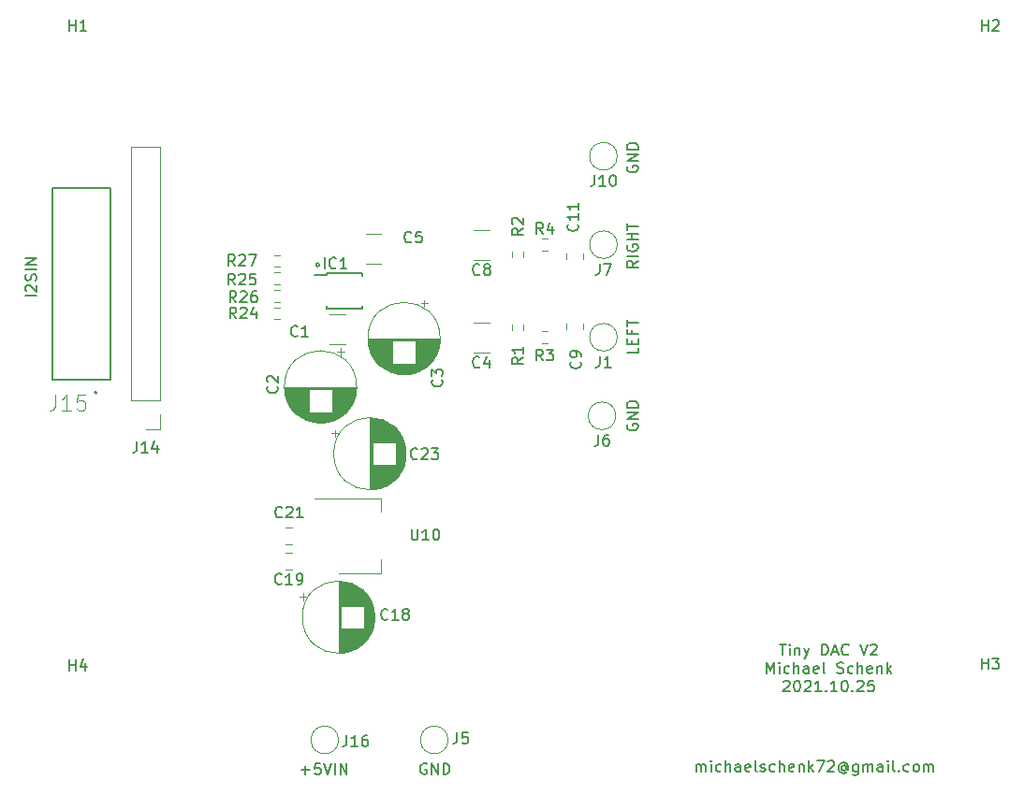
<source format=gbr>
G04 #@! TF.GenerationSoftware,KiCad,Pcbnew,(5.1.10-0-10_14)*
G04 #@! TF.CreationDate,2021-10-25T19:37:06+02:00*
G04 #@! TF.ProjectId,dac-cs4344,6461632d-6373-4343-9334-342e6b696361,rev?*
G04 #@! TF.SameCoordinates,Original*
G04 #@! TF.FileFunction,Legend,Top*
G04 #@! TF.FilePolarity,Positive*
%FSLAX46Y46*%
G04 Gerber Fmt 4.6, Leading zero omitted, Abs format (unit mm)*
G04 Created by KiCad (PCBNEW (5.1.10-0-10_14)) date 2021-10-25 19:37:06*
%MOMM*%
%LPD*%
G01*
G04 APERTURE LIST*
%ADD10C,0.150000*%
%ADD11C,0.120000*%
%ADD12C,0.127000*%
%ADD13C,0.200000*%
%ADD14C,0.015000*%
G04 APERTURE END LIST*
D10*
X135382000Y-78890880D02*
X135286761Y-78938500D01*
X135239142Y-79033738D01*
X135286761Y-79128976D01*
X135382000Y-79176595D01*
X135477238Y-79128976D01*
X135524857Y-79033738D01*
X135477238Y-78938500D01*
X135382000Y-78890880D01*
X109926380Y-81851285D02*
X108926380Y-81851285D01*
X109021619Y-81422714D02*
X108974000Y-81375095D01*
X108926380Y-81279857D01*
X108926380Y-81041761D01*
X108974000Y-80946523D01*
X109021619Y-80898904D01*
X109116857Y-80851285D01*
X109212095Y-80851285D01*
X109354952Y-80898904D01*
X109926380Y-81470333D01*
X109926380Y-80851285D01*
X109878761Y-80470333D02*
X109926380Y-80327476D01*
X109926380Y-80089380D01*
X109878761Y-79994142D01*
X109831142Y-79946523D01*
X109735904Y-79898904D01*
X109640666Y-79898904D01*
X109545428Y-79946523D01*
X109497809Y-79994142D01*
X109450190Y-80089380D01*
X109402571Y-80279857D01*
X109354952Y-80375095D01*
X109307333Y-80422714D01*
X109212095Y-80470333D01*
X109116857Y-80470333D01*
X109021619Y-80422714D01*
X108974000Y-80375095D01*
X108926380Y-80279857D01*
X108926380Y-80041761D01*
X108974000Y-79898904D01*
X109926380Y-79470333D02*
X108926380Y-79470333D01*
X109926380Y-78994142D02*
X108926380Y-78994142D01*
X109926380Y-78422714D01*
X108926380Y-78422714D01*
X164345880Y-86550380D02*
X164345880Y-87026571D01*
X163345880Y-87026571D01*
X163822071Y-86217047D02*
X163822071Y-85883714D01*
X164345880Y-85740857D02*
X164345880Y-86217047D01*
X163345880Y-86217047D01*
X163345880Y-85740857D01*
X163822071Y-84978952D02*
X163822071Y-85312285D01*
X164345880Y-85312285D02*
X163345880Y-85312285D01*
X163345880Y-84836095D01*
X163345880Y-84598000D02*
X163345880Y-84026571D01*
X164345880Y-84312285D02*
X163345880Y-84312285D01*
X163393500Y-93471904D02*
X163345880Y-93567142D01*
X163345880Y-93710000D01*
X163393500Y-93852857D01*
X163488738Y-93948095D01*
X163583976Y-93995714D01*
X163774452Y-94043333D01*
X163917309Y-94043333D01*
X164107785Y-93995714D01*
X164203023Y-93948095D01*
X164298261Y-93852857D01*
X164345880Y-93710000D01*
X164345880Y-93614761D01*
X164298261Y-93471904D01*
X164250642Y-93424285D01*
X163917309Y-93424285D01*
X163917309Y-93614761D01*
X164345880Y-92995714D02*
X163345880Y-92995714D01*
X164345880Y-92424285D01*
X163345880Y-92424285D01*
X164345880Y-91948095D02*
X163345880Y-91948095D01*
X163345880Y-91710000D01*
X163393500Y-91567142D01*
X163488738Y-91471904D01*
X163583976Y-91424285D01*
X163774452Y-91376666D01*
X163917309Y-91376666D01*
X164107785Y-91424285D01*
X164203023Y-91471904D01*
X164298261Y-91567142D01*
X164345880Y-91710000D01*
X164345880Y-91948095D01*
X163393500Y-70103904D02*
X163345880Y-70199142D01*
X163345880Y-70342000D01*
X163393500Y-70484857D01*
X163488738Y-70580095D01*
X163583976Y-70627714D01*
X163774452Y-70675333D01*
X163917309Y-70675333D01*
X164107785Y-70627714D01*
X164203023Y-70580095D01*
X164298261Y-70484857D01*
X164345880Y-70342000D01*
X164345880Y-70246761D01*
X164298261Y-70103904D01*
X164250642Y-70056285D01*
X163917309Y-70056285D01*
X163917309Y-70246761D01*
X164345880Y-69627714D02*
X163345880Y-69627714D01*
X164345880Y-69056285D01*
X163345880Y-69056285D01*
X164345880Y-68580095D02*
X163345880Y-68580095D01*
X163345880Y-68342000D01*
X163393500Y-68199142D01*
X163488738Y-68103904D01*
X163583976Y-68056285D01*
X163774452Y-68008666D01*
X163917309Y-68008666D01*
X164107785Y-68056285D01*
X164203023Y-68103904D01*
X164298261Y-68199142D01*
X164345880Y-68342000D01*
X164345880Y-68580095D01*
X164345880Y-78676333D02*
X163869690Y-79009666D01*
X164345880Y-79247761D02*
X163345880Y-79247761D01*
X163345880Y-78866809D01*
X163393500Y-78771571D01*
X163441119Y-78723952D01*
X163536357Y-78676333D01*
X163679214Y-78676333D01*
X163774452Y-78723952D01*
X163822071Y-78771571D01*
X163869690Y-78866809D01*
X163869690Y-79247761D01*
X164345880Y-78247761D02*
X163345880Y-78247761D01*
X163393500Y-77247761D02*
X163345880Y-77343000D01*
X163345880Y-77485857D01*
X163393500Y-77628714D01*
X163488738Y-77723952D01*
X163583976Y-77771571D01*
X163774452Y-77819190D01*
X163917309Y-77819190D01*
X164107785Y-77771571D01*
X164203023Y-77723952D01*
X164298261Y-77628714D01*
X164345880Y-77485857D01*
X164345880Y-77390619D01*
X164298261Y-77247761D01*
X164250642Y-77200142D01*
X163917309Y-77200142D01*
X163917309Y-77390619D01*
X164345880Y-76771571D02*
X163345880Y-76771571D01*
X163822071Y-76771571D02*
X163822071Y-76200142D01*
X164345880Y-76200142D02*
X163345880Y-76200142D01*
X163345880Y-75866809D02*
X163345880Y-75295380D01*
X164345880Y-75581095D02*
X163345880Y-75581095D01*
X133905880Y-124785428D02*
X134667785Y-124785428D01*
X134286833Y-125166380D02*
X134286833Y-124404476D01*
X135620166Y-124166380D02*
X135143976Y-124166380D01*
X135096357Y-124642571D01*
X135143976Y-124594952D01*
X135239214Y-124547333D01*
X135477309Y-124547333D01*
X135572547Y-124594952D01*
X135620166Y-124642571D01*
X135667785Y-124737809D01*
X135667785Y-124975904D01*
X135620166Y-125071142D01*
X135572547Y-125118761D01*
X135477309Y-125166380D01*
X135239214Y-125166380D01*
X135143976Y-125118761D01*
X135096357Y-125071142D01*
X135953500Y-124166380D02*
X136286833Y-125166380D01*
X136620166Y-124166380D01*
X136953500Y-125166380D02*
X136953500Y-124166380D01*
X137429690Y-125166380D02*
X137429690Y-124166380D01*
X138001119Y-125166380D01*
X138001119Y-124166380D01*
X145224595Y-124214000D02*
X145129357Y-124166380D01*
X144986500Y-124166380D01*
X144843642Y-124214000D01*
X144748404Y-124309238D01*
X144700785Y-124404476D01*
X144653166Y-124594952D01*
X144653166Y-124737809D01*
X144700785Y-124928285D01*
X144748404Y-125023523D01*
X144843642Y-125118761D01*
X144986500Y-125166380D01*
X145081738Y-125166380D01*
X145224595Y-125118761D01*
X145272214Y-125071142D01*
X145272214Y-124737809D01*
X145081738Y-124737809D01*
X145700785Y-125166380D02*
X145700785Y-124166380D01*
X146272214Y-125166380D01*
X146272214Y-124166380D01*
X146748404Y-125166380D02*
X146748404Y-124166380D01*
X146986500Y-124166380D01*
X147129357Y-124214000D01*
X147224595Y-124309238D01*
X147272214Y-124404476D01*
X147319833Y-124594952D01*
X147319833Y-124737809D01*
X147272214Y-124928285D01*
X147224595Y-125023523D01*
X147129357Y-125118761D01*
X146986500Y-125166380D01*
X146748404Y-125166380D01*
X169625714Y-124912380D02*
X169625714Y-124245714D01*
X169625714Y-124340952D02*
X169673333Y-124293333D01*
X169768571Y-124245714D01*
X169911428Y-124245714D01*
X170006666Y-124293333D01*
X170054285Y-124388571D01*
X170054285Y-124912380D01*
X170054285Y-124388571D02*
X170101904Y-124293333D01*
X170197142Y-124245714D01*
X170340000Y-124245714D01*
X170435238Y-124293333D01*
X170482857Y-124388571D01*
X170482857Y-124912380D01*
X170959047Y-124912380D02*
X170959047Y-124245714D01*
X170959047Y-123912380D02*
X170911428Y-123960000D01*
X170959047Y-124007619D01*
X171006666Y-123960000D01*
X170959047Y-123912380D01*
X170959047Y-124007619D01*
X171863809Y-124864761D02*
X171768571Y-124912380D01*
X171578095Y-124912380D01*
X171482857Y-124864761D01*
X171435238Y-124817142D01*
X171387619Y-124721904D01*
X171387619Y-124436190D01*
X171435238Y-124340952D01*
X171482857Y-124293333D01*
X171578095Y-124245714D01*
X171768571Y-124245714D01*
X171863809Y-124293333D01*
X172292380Y-124912380D02*
X172292380Y-123912380D01*
X172720952Y-124912380D02*
X172720952Y-124388571D01*
X172673333Y-124293333D01*
X172578095Y-124245714D01*
X172435238Y-124245714D01*
X172340000Y-124293333D01*
X172292380Y-124340952D01*
X173625714Y-124912380D02*
X173625714Y-124388571D01*
X173578095Y-124293333D01*
X173482857Y-124245714D01*
X173292380Y-124245714D01*
X173197142Y-124293333D01*
X173625714Y-124864761D02*
X173530476Y-124912380D01*
X173292380Y-124912380D01*
X173197142Y-124864761D01*
X173149523Y-124769523D01*
X173149523Y-124674285D01*
X173197142Y-124579047D01*
X173292380Y-124531428D01*
X173530476Y-124531428D01*
X173625714Y-124483809D01*
X174482857Y-124864761D02*
X174387619Y-124912380D01*
X174197142Y-124912380D01*
X174101904Y-124864761D01*
X174054285Y-124769523D01*
X174054285Y-124388571D01*
X174101904Y-124293333D01*
X174197142Y-124245714D01*
X174387619Y-124245714D01*
X174482857Y-124293333D01*
X174530476Y-124388571D01*
X174530476Y-124483809D01*
X174054285Y-124579047D01*
X175101904Y-124912380D02*
X175006666Y-124864761D01*
X174959047Y-124769523D01*
X174959047Y-123912380D01*
X175435238Y-124864761D02*
X175530476Y-124912380D01*
X175720952Y-124912380D01*
X175816190Y-124864761D01*
X175863809Y-124769523D01*
X175863809Y-124721904D01*
X175816190Y-124626666D01*
X175720952Y-124579047D01*
X175578095Y-124579047D01*
X175482857Y-124531428D01*
X175435238Y-124436190D01*
X175435238Y-124388571D01*
X175482857Y-124293333D01*
X175578095Y-124245714D01*
X175720952Y-124245714D01*
X175816190Y-124293333D01*
X176720952Y-124864761D02*
X176625714Y-124912380D01*
X176435238Y-124912380D01*
X176340000Y-124864761D01*
X176292380Y-124817142D01*
X176244761Y-124721904D01*
X176244761Y-124436190D01*
X176292380Y-124340952D01*
X176340000Y-124293333D01*
X176435238Y-124245714D01*
X176625714Y-124245714D01*
X176720952Y-124293333D01*
X177149523Y-124912380D02*
X177149523Y-123912380D01*
X177578095Y-124912380D02*
X177578095Y-124388571D01*
X177530476Y-124293333D01*
X177435238Y-124245714D01*
X177292380Y-124245714D01*
X177197142Y-124293333D01*
X177149523Y-124340952D01*
X178435238Y-124864761D02*
X178340000Y-124912380D01*
X178149523Y-124912380D01*
X178054285Y-124864761D01*
X178006666Y-124769523D01*
X178006666Y-124388571D01*
X178054285Y-124293333D01*
X178149523Y-124245714D01*
X178340000Y-124245714D01*
X178435238Y-124293333D01*
X178482857Y-124388571D01*
X178482857Y-124483809D01*
X178006666Y-124579047D01*
X178911428Y-124245714D02*
X178911428Y-124912380D01*
X178911428Y-124340952D02*
X178959047Y-124293333D01*
X179054285Y-124245714D01*
X179197142Y-124245714D01*
X179292380Y-124293333D01*
X179340000Y-124388571D01*
X179340000Y-124912380D01*
X179816190Y-124912380D02*
X179816190Y-123912380D01*
X179911428Y-124531428D02*
X180197142Y-124912380D01*
X180197142Y-124245714D02*
X179816190Y-124626666D01*
X180530476Y-123912380D02*
X181197142Y-123912380D01*
X180768571Y-124912380D01*
X181530476Y-124007619D02*
X181578095Y-123960000D01*
X181673333Y-123912380D01*
X181911428Y-123912380D01*
X182006666Y-123960000D01*
X182054285Y-124007619D01*
X182101904Y-124102857D01*
X182101904Y-124198095D01*
X182054285Y-124340952D01*
X181482857Y-124912380D01*
X182101904Y-124912380D01*
X183149523Y-124436190D02*
X183101904Y-124388571D01*
X183006666Y-124340952D01*
X182911428Y-124340952D01*
X182816190Y-124388571D01*
X182768571Y-124436190D01*
X182720952Y-124531428D01*
X182720952Y-124626666D01*
X182768571Y-124721904D01*
X182816190Y-124769523D01*
X182911428Y-124817142D01*
X183006666Y-124817142D01*
X183101904Y-124769523D01*
X183149523Y-124721904D01*
X183149523Y-124340952D02*
X183149523Y-124721904D01*
X183197142Y-124769523D01*
X183244761Y-124769523D01*
X183340000Y-124721904D01*
X183387619Y-124626666D01*
X183387619Y-124388571D01*
X183292380Y-124245714D01*
X183149523Y-124150476D01*
X182959047Y-124102857D01*
X182768571Y-124150476D01*
X182625714Y-124245714D01*
X182530476Y-124388571D01*
X182482857Y-124579047D01*
X182530476Y-124769523D01*
X182625714Y-124912380D01*
X182768571Y-125007619D01*
X182959047Y-125055238D01*
X183149523Y-125007619D01*
X183292380Y-124912380D01*
X184244761Y-124245714D02*
X184244761Y-125055238D01*
X184197142Y-125150476D01*
X184149523Y-125198095D01*
X184054285Y-125245714D01*
X183911428Y-125245714D01*
X183816190Y-125198095D01*
X184244761Y-124864761D02*
X184149523Y-124912380D01*
X183959047Y-124912380D01*
X183863809Y-124864761D01*
X183816190Y-124817142D01*
X183768571Y-124721904D01*
X183768571Y-124436190D01*
X183816190Y-124340952D01*
X183863809Y-124293333D01*
X183959047Y-124245714D01*
X184149523Y-124245714D01*
X184244761Y-124293333D01*
X184720952Y-124912380D02*
X184720952Y-124245714D01*
X184720952Y-124340952D02*
X184768571Y-124293333D01*
X184863809Y-124245714D01*
X185006666Y-124245714D01*
X185101904Y-124293333D01*
X185149523Y-124388571D01*
X185149523Y-124912380D01*
X185149523Y-124388571D02*
X185197142Y-124293333D01*
X185292380Y-124245714D01*
X185435238Y-124245714D01*
X185530476Y-124293333D01*
X185578095Y-124388571D01*
X185578095Y-124912380D01*
X186482857Y-124912380D02*
X186482857Y-124388571D01*
X186435238Y-124293333D01*
X186340000Y-124245714D01*
X186149523Y-124245714D01*
X186054285Y-124293333D01*
X186482857Y-124864761D02*
X186387619Y-124912380D01*
X186149523Y-124912380D01*
X186054285Y-124864761D01*
X186006666Y-124769523D01*
X186006666Y-124674285D01*
X186054285Y-124579047D01*
X186149523Y-124531428D01*
X186387619Y-124531428D01*
X186482857Y-124483809D01*
X186959047Y-124912380D02*
X186959047Y-124245714D01*
X186959047Y-123912380D02*
X186911428Y-123960000D01*
X186959047Y-124007619D01*
X187006666Y-123960000D01*
X186959047Y-123912380D01*
X186959047Y-124007619D01*
X187578095Y-124912380D02*
X187482857Y-124864761D01*
X187435238Y-124769523D01*
X187435238Y-123912380D01*
X187959047Y-124817142D02*
X188006666Y-124864761D01*
X187959047Y-124912380D01*
X187911428Y-124864761D01*
X187959047Y-124817142D01*
X187959047Y-124912380D01*
X188863809Y-124864761D02*
X188768571Y-124912380D01*
X188578095Y-124912380D01*
X188482857Y-124864761D01*
X188435238Y-124817142D01*
X188387619Y-124721904D01*
X188387619Y-124436190D01*
X188435238Y-124340952D01*
X188482857Y-124293333D01*
X188578095Y-124245714D01*
X188768571Y-124245714D01*
X188863809Y-124293333D01*
X189435238Y-124912380D02*
X189340000Y-124864761D01*
X189292380Y-124817142D01*
X189244761Y-124721904D01*
X189244761Y-124436190D01*
X189292380Y-124340952D01*
X189340000Y-124293333D01*
X189435238Y-124245714D01*
X189578095Y-124245714D01*
X189673333Y-124293333D01*
X189720952Y-124340952D01*
X189768571Y-124436190D01*
X189768571Y-124721904D01*
X189720952Y-124817142D01*
X189673333Y-124864761D01*
X189578095Y-124912380D01*
X189435238Y-124912380D01*
X190197142Y-124912380D02*
X190197142Y-124245714D01*
X190197142Y-124340952D02*
X190244761Y-124293333D01*
X190340000Y-124245714D01*
X190482857Y-124245714D01*
X190578095Y-124293333D01*
X190625714Y-124388571D01*
X190625714Y-124912380D01*
X190625714Y-124388571D02*
X190673333Y-124293333D01*
X190768571Y-124245714D01*
X190911428Y-124245714D01*
X191006666Y-124293333D01*
X191054285Y-124388571D01*
X191054285Y-124912380D01*
X177157619Y-113372380D02*
X177729047Y-113372380D01*
X177443333Y-114372380D02*
X177443333Y-113372380D01*
X178062380Y-114372380D02*
X178062380Y-113705714D01*
X178062380Y-113372380D02*
X178014761Y-113420000D01*
X178062380Y-113467619D01*
X178110000Y-113420000D01*
X178062380Y-113372380D01*
X178062380Y-113467619D01*
X178538571Y-113705714D02*
X178538571Y-114372380D01*
X178538571Y-113800952D02*
X178586190Y-113753333D01*
X178681428Y-113705714D01*
X178824285Y-113705714D01*
X178919523Y-113753333D01*
X178967142Y-113848571D01*
X178967142Y-114372380D01*
X179348095Y-113705714D02*
X179586190Y-114372380D01*
X179824285Y-113705714D02*
X179586190Y-114372380D01*
X179490952Y-114610476D01*
X179443333Y-114658095D01*
X179348095Y-114705714D01*
X180967142Y-114372380D02*
X180967142Y-113372380D01*
X181205238Y-113372380D01*
X181348095Y-113420000D01*
X181443333Y-113515238D01*
X181490952Y-113610476D01*
X181538571Y-113800952D01*
X181538571Y-113943809D01*
X181490952Y-114134285D01*
X181443333Y-114229523D01*
X181348095Y-114324761D01*
X181205238Y-114372380D01*
X180967142Y-114372380D01*
X181919523Y-114086666D02*
X182395714Y-114086666D01*
X181824285Y-114372380D02*
X182157619Y-113372380D01*
X182490952Y-114372380D01*
X183395714Y-114277142D02*
X183348095Y-114324761D01*
X183205238Y-114372380D01*
X183110000Y-114372380D01*
X182967142Y-114324761D01*
X182871904Y-114229523D01*
X182824285Y-114134285D01*
X182776666Y-113943809D01*
X182776666Y-113800952D01*
X182824285Y-113610476D01*
X182871904Y-113515238D01*
X182967142Y-113420000D01*
X183110000Y-113372380D01*
X183205238Y-113372380D01*
X183348095Y-113420000D01*
X183395714Y-113467619D01*
X184443333Y-113372380D02*
X184776666Y-114372380D01*
X185110000Y-113372380D01*
X185395714Y-113467619D02*
X185443333Y-113420000D01*
X185538571Y-113372380D01*
X185776666Y-113372380D01*
X185871904Y-113420000D01*
X185919523Y-113467619D01*
X185967142Y-113562857D01*
X185967142Y-113658095D01*
X185919523Y-113800952D01*
X185348095Y-114372380D01*
X185967142Y-114372380D01*
X175990952Y-116022380D02*
X175990952Y-115022380D01*
X176324285Y-115736666D01*
X176657619Y-115022380D01*
X176657619Y-116022380D01*
X177133809Y-116022380D02*
X177133809Y-115355714D01*
X177133809Y-115022380D02*
X177086190Y-115070000D01*
X177133809Y-115117619D01*
X177181428Y-115070000D01*
X177133809Y-115022380D01*
X177133809Y-115117619D01*
X178038571Y-115974761D02*
X177943333Y-116022380D01*
X177752857Y-116022380D01*
X177657619Y-115974761D01*
X177610000Y-115927142D01*
X177562380Y-115831904D01*
X177562380Y-115546190D01*
X177610000Y-115450952D01*
X177657619Y-115403333D01*
X177752857Y-115355714D01*
X177943333Y-115355714D01*
X178038571Y-115403333D01*
X178467142Y-116022380D02*
X178467142Y-115022380D01*
X178895714Y-116022380D02*
X178895714Y-115498571D01*
X178848095Y-115403333D01*
X178752857Y-115355714D01*
X178610000Y-115355714D01*
X178514761Y-115403333D01*
X178467142Y-115450952D01*
X179800476Y-116022380D02*
X179800476Y-115498571D01*
X179752857Y-115403333D01*
X179657619Y-115355714D01*
X179467142Y-115355714D01*
X179371904Y-115403333D01*
X179800476Y-115974761D02*
X179705238Y-116022380D01*
X179467142Y-116022380D01*
X179371904Y-115974761D01*
X179324285Y-115879523D01*
X179324285Y-115784285D01*
X179371904Y-115689047D01*
X179467142Y-115641428D01*
X179705238Y-115641428D01*
X179800476Y-115593809D01*
X180657619Y-115974761D02*
X180562380Y-116022380D01*
X180371904Y-116022380D01*
X180276666Y-115974761D01*
X180229047Y-115879523D01*
X180229047Y-115498571D01*
X180276666Y-115403333D01*
X180371904Y-115355714D01*
X180562380Y-115355714D01*
X180657619Y-115403333D01*
X180705238Y-115498571D01*
X180705238Y-115593809D01*
X180229047Y-115689047D01*
X181276666Y-116022380D02*
X181181428Y-115974761D01*
X181133809Y-115879523D01*
X181133809Y-115022380D01*
X182371904Y-115974761D02*
X182514761Y-116022380D01*
X182752857Y-116022380D01*
X182848095Y-115974761D01*
X182895714Y-115927142D01*
X182943333Y-115831904D01*
X182943333Y-115736666D01*
X182895714Y-115641428D01*
X182848095Y-115593809D01*
X182752857Y-115546190D01*
X182562380Y-115498571D01*
X182467142Y-115450952D01*
X182419523Y-115403333D01*
X182371904Y-115308095D01*
X182371904Y-115212857D01*
X182419523Y-115117619D01*
X182467142Y-115070000D01*
X182562380Y-115022380D01*
X182800476Y-115022380D01*
X182943333Y-115070000D01*
X183800476Y-115974761D02*
X183705238Y-116022380D01*
X183514761Y-116022380D01*
X183419523Y-115974761D01*
X183371904Y-115927142D01*
X183324285Y-115831904D01*
X183324285Y-115546190D01*
X183371904Y-115450952D01*
X183419523Y-115403333D01*
X183514761Y-115355714D01*
X183705238Y-115355714D01*
X183800476Y-115403333D01*
X184229047Y-116022380D02*
X184229047Y-115022380D01*
X184657619Y-116022380D02*
X184657619Y-115498571D01*
X184610000Y-115403333D01*
X184514761Y-115355714D01*
X184371904Y-115355714D01*
X184276666Y-115403333D01*
X184229047Y-115450952D01*
X185514761Y-115974761D02*
X185419523Y-116022380D01*
X185229047Y-116022380D01*
X185133809Y-115974761D01*
X185086190Y-115879523D01*
X185086190Y-115498571D01*
X185133809Y-115403333D01*
X185229047Y-115355714D01*
X185419523Y-115355714D01*
X185514761Y-115403333D01*
X185562380Y-115498571D01*
X185562380Y-115593809D01*
X185086190Y-115689047D01*
X185990952Y-115355714D02*
X185990952Y-116022380D01*
X185990952Y-115450952D02*
X186038571Y-115403333D01*
X186133809Y-115355714D01*
X186276666Y-115355714D01*
X186371904Y-115403333D01*
X186419523Y-115498571D01*
X186419523Y-116022380D01*
X186895714Y-116022380D02*
X186895714Y-115022380D01*
X186990952Y-115641428D02*
X187276666Y-116022380D01*
X187276666Y-115355714D02*
X186895714Y-115736666D01*
X177514761Y-116767619D02*
X177562380Y-116720000D01*
X177657619Y-116672380D01*
X177895714Y-116672380D01*
X177990952Y-116720000D01*
X178038571Y-116767619D01*
X178086190Y-116862857D01*
X178086190Y-116958095D01*
X178038571Y-117100952D01*
X177467142Y-117672380D01*
X178086190Y-117672380D01*
X178705238Y-116672380D02*
X178800476Y-116672380D01*
X178895714Y-116720000D01*
X178943333Y-116767619D01*
X178990952Y-116862857D01*
X179038571Y-117053333D01*
X179038571Y-117291428D01*
X178990952Y-117481904D01*
X178943333Y-117577142D01*
X178895714Y-117624761D01*
X178800476Y-117672380D01*
X178705238Y-117672380D01*
X178610000Y-117624761D01*
X178562380Y-117577142D01*
X178514761Y-117481904D01*
X178467142Y-117291428D01*
X178467142Y-117053333D01*
X178514761Y-116862857D01*
X178562380Y-116767619D01*
X178610000Y-116720000D01*
X178705238Y-116672380D01*
X179419523Y-116767619D02*
X179467142Y-116720000D01*
X179562380Y-116672380D01*
X179800476Y-116672380D01*
X179895714Y-116720000D01*
X179943333Y-116767619D01*
X179990952Y-116862857D01*
X179990952Y-116958095D01*
X179943333Y-117100952D01*
X179371904Y-117672380D01*
X179990952Y-117672380D01*
X180943333Y-117672380D02*
X180371904Y-117672380D01*
X180657619Y-117672380D02*
X180657619Y-116672380D01*
X180562380Y-116815238D01*
X180467142Y-116910476D01*
X180371904Y-116958095D01*
X181371904Y-117577142D02*
X181419523Y-117624761D01*
X181371904Y-117672380D01*
X181324285Y-117624761D01*
X181371904Y-117577142D01*
X181371904Y-117672380D01*
X182371904Y-117672380D02*
X181800476Y-117672380D01*
X182086190Y-117672380D02*
X182086190Y-116672380D01*
X181990952Y-116815238D01*
X181895714Y-116910476D01*
X181800476Y-116958095D01*
X182990952Y-116672380D02*
X183086190Y-116672380D01*
X183181428Y-116720000D01*
X183229047Y-116767619D01*
X183276666Y-116862857D01*
X183324285Y-117053333D01*
X183324285Y-117291428D01*
X183276666Y-117481904D01*
X183229047Y-117577142D01*
X183181428Y-117624761D01*
X183086190Y-117672380D01*
X182990952Y-117672380D01*
X182895714Y-117624761D01*
X182848095Y-117577142D01*
X182800476Y-117481904D01*
X182752857Y-117291428D01*
X182752857Y-117053333D01*
X182800476Y-116862857D01*
X182848095Y-116767619D01*
X182895714Y-116720000D01*
X182990952Y-116672380D01*
X183752857Y-117577142D02*
X183800476Y-117624761D01*
X183752857Y-117672380D01*
X183705238Y-117624761D01*
X183752857Y-117577142D01*
X183752857Y-117672380D01*
X184181428Y-116767619D02*
X184229047Y-116720000D01*
X184324285Y-116672380D01*
X184562380Y-116672380D01*
X184657619Y-116720000D01*
X184705238Y-116767619D01*
X184752857Y-116862857D01*
X184752857Y-116958095D01*
X184705238Y-117100952D01*
X184133809Y-117672380D01*
X184752857Y-117672380D01*
X185657619Y-116672380D02*
X185181428Y-116672380D01*
X185133809Y-117148571D01*
X185181428Y-117100952D01*
X185276666Y-117053333D01*
X185514761Y-117053333D01*
X185610000Y-117100952D01*
X185657619Y-117148571D01*
X185705238Y-117243809D01*
X185705238Y-117481904D01*
X185657619Y-117577142D01*
X185610000Y-117624761D01*
X185514761Y-117672380D01*
X185276666Y-117672380D01*
X185181428Y-117624761D01*
X185133809Y-117577142D01*
D11*
X146462500Y-85705000D02*
G75*
G03*
X146462500Y-85705000I-3270000J0D01*
G01*
X146422500Y-85705000D02*
X139962500Y-85705000D01*
X146422500Y-85745000D02*
X139962500Y-85745000D01*
X146422500Y-85785000D02*
X139962500Y-85785000D01*
X146420500Y-85825000D02*
X139964500Y-85825000D01*
X146419500Y-85865000D02*
X139965500Y-85865000D01*
X146416500Y-85905000D02*
X139968500Y-85905000D01*
X146414500Y-85945000D02*
X144232500Y-85945000D01*
X142152500Y-85945000D02*
X139970500Y-85945000D01*
X146410500Y-85985000D02*
X144232500Y-85985000D01*
X142152500Y-85985000D02*
X139974500Y-85985000D01*
X146407500Y-86025000D02*
X144232500Y-86025000D01*
X142152500Y-86025000D02*
X139977500Y-86025000D01*
X146403500Y-86065000D02*
X144232500Y-86065000D01*
X142152500Y-86065000D02*
X139981500Y-86065000D01*
X146398500Y-86105000D02*
X144232500Y-86105000D01*
X142152500Y-86105000D02*
X139986500Y-86105000D01*
X146393500Y-86145000D02*
X144232500Y-86145000D01*
X142152500Y-86145000D02*
X139991500Y-86145000D01*
X146387500Y-86185000D02*
X144232500Y-86185000D01*
X142152500Y-86185000D02*
X139997500Y-86185000D01*
X146381500Y-86225000D02*
X144232500Y-86225000D01*
X142152500Y-86225000D02*
X140003500Y-86225000D01*
X146374500Y-86265000D02*
X144232500Y-86265000D01*
X142152500Y-86265000D02*
X140010500Y-86265000D01*
X146367500Y-86305000D02*
X144232500Y-86305000D01*
X142152500Y-86305000D02*
X140017500Y-86305000D01*
X146359500Y-86345000D02*
X144232500Y-86345000D01*
X142152500Y-86345000D02*
X140025500Y-86345000D01*
X146351500Y-86385000D02*
X144232500Y-86385000D01*
X142152500Y-86385000D02*
X140033500Y-86385000D01*
X146342500Y-86426000D02*
X144232500Y-86426000D01*
X142152500Y-86426000D02*
X140042500Y-86426000D01*
X146333500Y-86466000D02*
X144232500Y-86466000D01*
X142152500Y-86466000D02*
X140051500Y-86466000D01*
X146323500Y-86506000D02*
X144232500Y-86506000D01*
X142152500Y-86506000D02*
X140061500Y-86506000D01*
X146313500Y-86546000D02*
X144232500Y-86546000D01*
X142152500Y-86546000D02*
X140071500Y-86546000D01*
X146302500Y-86586000D02*
X144232500Y-86586000D01*
X142152500Y-86586000D02*
X140082500Y-86586000D01*
X146290500Y-86626000D02*
X144232500Y-86626000D01*
X142152500Y-86626000D02*
X140094500Y-86626000D01*
X146278500Y-86666000D02*
X144232500Y-86666000D01*
X142152500Y-86666000D02*
X140106500Y-86666000D01*
X146266500Y-86706000D02*
X144232500Y-86706000D01*
X142152500Y-86706000D02*
X140118500Y-86706000D01*
X146253500Y-86746000D02*
X144232500Y-86746000D01*
X142152500Y-86746000D02*
X140131500Y-86746000D01*
X146239500Y-86786000D02*
X144232500Y-86786000D01*
X142152500Y-86786000D02*
X140145500Y-86786000D01*
X146225500Y-86826000D02*
X144232500Y-86826000D01*
X142152500Y-86826000D02*
X140159500Y-86826000D01*
X146210500Y-86866000D02*
X144232500Y-86866000D01*
X142152500Y-86866000D02*
X140174500Y-86866000D01*
X146194500Y-86906000D02*
X144232500Y-86906000D01*
X142152500Y-86906000D02*
X140190500Y-86906000D01*
X146178500Y-86946000D02*
X144232500Y-86946000D01*
X142152500Y-86946000D02*
X140206500Y-86946000D01*
X146162500Y-86986000D02*
X144232500Y-86986000D01*
X142152500Y-86986000D02*
X140222500Y-86986000D01*
X146144500Y-87026000D02*
X144232500Y-87026000D01*
X142152500Y-87026000D02*
X140240500Y-87026000D01*
X146126500Y-87066000D02*
X144232500Y-87066000D01*
X142152500Y-87066000D02*
X140258500Y-87066000D01*
X146108500Y-87106000D02*
X144232500Y-87106000D01*
X142152500Y-87106000D02*
X140276500Y-87106000D01*
X146088500Y-87146000D02*
X144232500Y-87146000D01*
X142152500Y-87146000D02*
X140296500Y-87146000D01*
X146068500Y-87186000D02*
X144232500Y-87186000D01*
X142152500Y-87186000D02*
X140316500Y-87186000D01*
X146048500Y-87226000D02*
X144232500Y-87226000D01*
X142152500Y-87226000D02*
X140336500Y-87226000D01*
X146026500Y-87266000D02*
X144232500Y-87266000D01*
X142152500Y-87266000D02*
X140358500Y-87266000D01*
X146004500Y-87306000D02*
X144232500Y-87306000D01*
X142152500Y-87306000D02*
X140380500Y-87306000D01*
X145982500Y-87346000D02*
X144232500Y-87346000D01*
X142152500Y-87346000D02*
X140402500Y-87346000D01*
X145958500Y-87386000D02*
X144232500Y-87386000D01*
X142152500Y-87386000D02*
X140426500Y-87386000D01*
X145934500Y-87426000D02*
X144232500Y-87426000D01*
X142152500Y-87426000D02*
X140450500Y-87426000D01*
X145908500Y-87466000D02*
X144232500Y-87466000D01*
X142152500Y-87466000D02*
X140476500Y-87466000D01*
X145882500Y-87506000D02*
X144232500Y-87506000D01*
X142152500Y-87506000D02*
X140502500Y-87506000D01*
X145856500Y-87546000D02*
X144232500Y-87546000D01*
X142152500Y-87546000D02*
X140528500Y-87546000D01*
X145828500Y-87586000D02*
X144232500Y-87586000D01*
X142152500Y-87586000D02*
X140556500Y-87586000D01*
X145799500Y-87626000D02*
X144232500Y-87626000D01*
X142152500Y-87626000D02*
X140585500Y-87626000D01*
X145770500Y-87666000D02*
X144232500Y-87666000D01*
X142152500Y-87666000D02*
X140614500Y-87666000D01*
X145740500Y-87706000D02*
X144232500Y-87706000D01*
X142152500Y-87706000D02*
X140644500Y-87706000D01*
X145708500Y-87746000D02*
X144232500Y-87746000D01*
X142152500Y-87746000D02*
X140676500Y-87746000D01*
X145676500Y-87786000D02*
X144232500Y-87786000D01*
X142152500Y-87786000D02*
X140708500Y-87786000D01*
X145642500Y-87826000D02*
X144232500Y-87826000D01*
X142152500Y-87826000D02*
X140742500Y-87826000D01*
X145608500Y-87866000D02*
X144232500Y-87866000D01*
X142152500Y-87866000D02*
X140776500Y-87866000D01*
X145572500Y-87906000D02*
X144232500Y-87906000D01*
X142152500Y-87906000D02*
X140812500Y-87906000D01*
X145535500Y-87946000D02*
X144232500Y-87946000D01*
X142152500Y-87946000D02*
X140849500Y-87946000D01*
X145497500Y-87986000D02*
X144232500Y-87986000D01*
X142152500Y-87986000D02*
X140887500Y-87986000D01*
X145457500Y-88026000D02*
X140927500Y-88026000D01*
X145416500Y-88066000D02*
X140968500Y-88066000D01*
X145374500Y-88106000D02*
X141010500Y-88106000D01*
X145329500Y-88146000D02*
X141055500Y-88146000D01*
X145284500Y-88186000D02*
X141100500Y-88186000D01*
X145236500Y-88226000D02*
X141148500Y-88226000D01*
X145187500Y-88266000D02*
X141197500Y-88266000D01*
X145136500Y-88306000D02*
X141248500Y-88306000D01*
X145082500Y-88346000D02*
X141302500Y-88346000D01*
X145026500Y-88386000D02*
X141358500Y-88386000D01*
X144968500Y-88426000D02*
X141416500Y-88426000D01*
X144906500Y-88466000D02*
X141478500Y-88466000D01*
X144842500Y-88506000D02*
X141542500Y-88506000D01*
X144773500Y-88546000D02*
X141611500Y-88546000D01*
X144701500Y-88586000D02*
X141683500Y-88586000D01*
X144624500Y-88626000D02*
X141760500Y-88626000D01*
X144542500Y-88666000D02*
X141842500Y-88666000D01*
X144454500Y-88706000D02*
X141930500Y-88706000D01*
X144357500Y-88746000D02*
X142027500Y-88746000D01*
X144251500Y-88786000D02*
X142133500Y-88786000D01*
X144132500Y-88826000D02*
X142252500Y-88826000D01*
X143994500Y-88866000D02*
X142390500Y-88866000D01*
X143825500Y-88906000D02*
X142559500Y-88906000D01*
X143594500Y-88946000D02*
X142790500Y-88946000D01*
X145031500Y-82204759D02*
X145031500Y-82834759D01*
X145346500Y-82519759D02*
X144716500Y-82519759D01*
X121154500Y-68393000D02*
X118494500Y-68393000D01*
X121154500Y-91313000D02*
X121154500Y-68393000D01*
X118494500Y-91313000D02*
X118494500Y-68393000D01*
X121154500Y-91313000D02*
X118494500Y-91313000D01*
X121154500Y-92583000D02*
X121154500Y-93913000D01*
X121154500Y-93913000D02*
X119824500Y-93913000D01*
X143371000Y-96139000D02*
G75*
G03*
X143371000Y-96139000I-3270000J0D01*
G01*
X140101000Y-92909000D02*
X140101000Y-99369000D01*
X140141000Y-92909000D02*
X140141000Y-99369000D01*
X140181000Y-92909000D02*
X140181000Y-99369000D01*
X140221000Y-92911000D02*
X140221000Y-99367000D01*
X140261000Y-92912000D02*
X140261000Y-99366000D01*
X140301000Y-92915000D02*
X140301000Y-99363000D01*
X140341000Y-92917000D02*
X140341000Y-95099000D01*
X140341000Y-97179000D02*
X140341000Y-99361000D01*
X140381000Y-92921000D02*
X140381000Y-95099000D01*
X140381000Y-97179000D02*
X140381000Y-99357000D01*
X140421000Y-92924000D02*
X140421000Y-95099000D01*
X140421000Y-97179000D02*
X140421000Y-99354000D01*
X140461000Y-92928000D02*
X140461000Y-95099000D01*
X140461000Y-97179000D02*
X140461000Y-99350000D01*
X140501000Y-92933000D02*
X140501000Y-95099000D01*
X140501000Y-97179000D02*
X140501000Y-99345000D01*
X140541000Y-92938000D02*
X140541000Y-95099000D01*
X140541000Y-97179000D02*
X140541000Y-99340000D01*
X140581000Y-92944000D02*
X140581000Y-95099000D01*
X140581000Y-97179000D02*
X140581000Y-99334000D01*
X140621000Y-92950000D02*
X140621000Y-95099000D01*
X140621000Y-97179000D02*
X140621000Y-99328000D01*
X140661000Y-92957000D02*
X140661000Y-95099000D01*
X140661000Y-97179000D02*
X140661000Y-99321000D01*
X140701000Y-92964000D02*
X140701000Y-95099000D01*
X140701000Y-97179000D02*
X140701000Y-99314000D01*
X140741000Y-92972000D02*
X140741000Y-95099000D01*
X140741000Y-97179000D02*
X140741000Y-99306000D01*
X140781000Y-92980000D02*
X140781000Y-95099000D01*
X140781000Y-97179000D02*
X140781000Y-99298000D01*
X140822000Y-92989000D02*
X140822000Y-95099000D01*
X140822000Y-97179000D02*
X140822000Y-99289000D01*
X140862000Y-92998000D02*
X140862000Y-95099000D01*
X140862000Y-97179000D02*
X140862000Y-99280000D01*
X140902000Y-93008000D02*
X140902000Y-95099000D01*
X140902000Y-97179000D02*
X140902000Y-99270000D01*
X140942000Y-93018000D02*
X140942000Y-95099000D01*
X140942000Y-97179000D02*
X140942000Y-99260000D01*
X140982000Y-93029000D02*
X140982000Y-95099000D01*
X140982000Y-97179000D02*
X140982000Y-99249000D01*
X141022000Y-93041000D02*
X141022000Y-95099000D01*
X141022000Y-97179000D02*
X141022000Y-99237000D01*
X141062000Y-93053000D02*
X141062000Y-95099000D01*
X141062000Y-97179000D02*
X141062000Y-99225000D01*
X141102000Y-93065000D02*
X141102000Y-95099000D01*
X141102000Y-97179000D02*
X141102000Y-99213000D01*
X141142000Y-93078000D02*
X141142000Y-95099000D01*
X141142000Y-97179000D02*
X141142000Y-99200000D01*
X141182000Y-93092000D02*
X141182000Y-95099000D01*
X141182000Y-97179000D02*
X141182000Y-99186000D01*
X141222000Y-93106000D02*
X141222000Y-95099000D01*
X141222000Y-97179000D02*
X141222000Y-99172000D01*
X141262000Y-93121000D02*
X141262000Y-95099000D01*
X141262000Y-97179000D02*
X141262000Y-99157000D01*
X141302000Y-93137000D02*
X141302000Y-95099000D01*
X141302000Y-97179000D02*
X141302000Y-99141000D01*
X141342000Y-93153000D02*
X141342000Y-95099000D01*
X141342000Y-97179000D02*
X141342000Y-99125000D01*
X141382000Y-93169000D02*
X141382000Y-95099000D01*
X141382000Y-97179000D02*
X141382000Y-99109000D01*
X141422000Y-93187000D02*
X141422000Y-95099000D01*
X141422000Y-97179000D02*
X141422000Y-99091000D01*
X141462000Y-93205000D02*
X141462000Y-95099000D01*
X141462000Y-97179000D02*
X141462000Y-99073000D01*
X141502000Y-93223000D02*
X141502000Y-95099000D01*
X141502000Y-97179000D02*
X141502000Y-99055000D01*
X141542000Y-93243000D02*
X141542000Y-95099000D01*
X141542000Y-97179000D02*
X141542000Y-99035000D01*
X141582000Y-93263000D02*
X141582000Y-95099000D01*
X141582000Y-97179000D02*
X141582000Y-99015000D01*
X141622000Y-93283000D02*
X141622000Y-95099000D01*
X141622000Y-97179000D02*
X141622000Y-98995000D01*
X141662000Y-93305000D02*
X141662000Y-95099000D01*
X141662000Y-97179000D02*
X141662000Y-98973000D01*
X141702000Y-93327000D02*
X141702000Y-95099000D01*
X141702000Y-97179000D02*
X141702000Y-98951000D01*
X141742000Y-93349000D02*
X141742000Y-95099000D01*
X141742000Y-97179000D02*
X141742000Y-98929000D01*
X141782000Y-93373000D02*
X141782000Y-95099000D01*
X141782000Y-97179000D02*
X141782000Y-98905000D01*
X141822000Y-93397000D02*
X141822000Y-95099000D01*
X141822000Y-97179000D02*
X141822000Y-98881000D01*
X141862000Y-93423000D02*
X141862000Y-95099000D01*
X141862000Y-97179000D02*
X141862000Y-98855000D01*
X141902000Y-93449000D02*
X141902000Y-95099000D01*
X141902000Y-97179000D02*
X141902000Y-98829000D01*
X141942000Y-93475000D02*
X141942000Y-95099000D01*
X141942000Y-97179000D02*
X141942000Y-98803000D01*
X141982000Y-93503000D02*
X141982000Y-95099000D01*
X141982000Y-97179000D02*
X141982000Y-98775000D01*
X142022000Y-93532000D02*
X142022000Y-95099000D01*
X142022000Y-97179000D02*
X142022000Y-98746000D01*
X142062000Y-93561000D02*
X142062000Y-95099000D01*
X142062000Y-97179000D02*
X142062000Y-98717000D01*
X142102000Y-93591000D02*
X142102000Y-95099000D01*
X142102000Y-97179000D02*
X142102000Y-98687000D01*
X142142000Y-93623000D02*
X142142000Y-95099000D01*
X142142000Y-97179000D02*
X142142000Y-98655000D01*
X142182000Y-93655000D02*
X142182000Y-95099000D01*
X142182000Y-97179000D02*
X142182000Y-98623000D01*
X142222000Y-93689000D02*
X142222000Y-95099000D01*
X142222000Y-97179000D02*
X142222000Y-98589000D01*
X142262000Y-93723000D02*
X142262000Y-95099000D01*
X142262000Y-97179000D02*
X142262000Y-98555000D01*
X142302000Y-93759000D02*
X142302000Y-95099000D01*
X142302000Y-97179000D02*
X142302000Y-98519000D01*
X142342000Y-93796000D02*
X142342000Y-95099000D01*
X142342000Y-97179000D02*
X142342000Y-98482000D01*
X142382000Y-93834000D02*
X142382000Y-95099000D01*
X142382000Y-97179000D02*
X142382000Y-98444000D01*
X142422000Y-93874000D02*
X142422000Y-98404000D01*
X142462000Y-93915000D02*
X142462000Y-98363000D01*
X142502000Y-93957000D02*
X142502000Y-98321000D01*
X142542000Y-94002000D02*
X142542000Y-98276000D01*
X142582000Y-94047000D02*
X142582000Y-98231000D01*
X142622000Y-94095000D02*
X142622000Y-98183000D01*
X142662000Y-94144000D02*
X142662000Y-98134000D01*
X142702000Y-94195000D02*
X142702000Y-98083000D01*
X142742000Y-94249000D02*
X142742000Y-98029000D01*
X142782000Y-94305000D02*
X142782000Y-97973000D01*
X142822000Y-94363000D02*
X142822000Y-97915000D01*
X142862000Y-94425000D02*
X142862000Y-97853000D01*
X142902000Y-94489000D02*
X142902000Y-97789000D01*
X142942000Y-94558000D02*
X142942000Y-97720000D01*
X142982000Y-94630000D02*
X142982000Y-97648000D01*
X143022000Y-94707000D02*
X143022000Y-97571000D01*
X143062000Y-94789000D02*
X143062000Y-97489000D01*
X143102000Y-94877000D02*
X143102000Y-97401000D01*
X143142000Y-94974000D02*
X143142000Y-97304000D01*
X143182000Y-95080000D02*
X143182000Y-97198000D01*
X143222000Y-95199000D02*
X143222000Y-97079000D01*
X143262000Y-95337000D02*
X143262000Y-96941000D01*
X143302000Y-95506000D02*
X143302000Y-96772000D01*
X143342000Y-95737000D02*
X143342000Y-96541000D01*
X136600759Y-94300000D02*
X137230759Y-94300000D01*
X136915759Y-93985000D02*
X136915759Y-94615000D01*
X140537000Y-110934500D02*
G75*
G03*
X140537000Y-110934500I-3270000J0D01*
G01*
X137267000Y-107704500D02*
X137267000Y-114164500D01*
X137307000Y-107704500D02*
X137307000Y-114164500D01*
X137347000Y-107704500D02*
X137347000Y-114164500D01*
X137387000Y-107706500D02*
X137387000Y-114162500D01*
X137427000Y-107707500D02*
X137427000Y-114161500D01*
X137467000Y-107710500D02*
X137467000Y-114158500D01*
X137507000Y-107712500D02*
X137507000Y-109894500D01*
X137507000Y-111974500D02*
X137507000Y-114156500D01*
X137547000Y-107716500D02*
X137547000Y-109894500D01*
X137547000Y-111974500D02*
X137547000Y-114152500D01*
X137587000Y-107719500D02*
X137587000Y-109894500D01*
X137587000Y-111974500D02*
X137587000Y-114149500D01*
X137627000Y-107723500D02*
X137627000Y-109894500D01*
X137627000Y-111974500D02*
X137627000Y-114145500D01*
X137667000Y-107728500D02*
X137667000Y-109894500D01*
X137667000Y-111974500D02*
X137667000Y-114140500D01*
X137707000Y-107733500D02*
X137707000Y-109894500D01*
X137707000Y-111974500D02*
X137707000Y-114135500D01*
X137747000Y-107739500D02*
X137747000Y-109894500D01*
X137747000Y-111974500D02*
X137747000Y-114129500D01*
X137787000Y-107745500D02*
X137787000Y-109894500D01*
X137787000Y-111974500D02*
X137787000Y-114123500D01*
X137827000Y-107752500D02*
X137827000Y-109894500D01*
X137827000Y-111974500D02*
X137827000Y-114116500D01*
X137867000Y-107759500D02*
X137867000Y-109894500D01*
X137867000Y-111974500D02*
X137867000Y-114109500D01*
X137907000Y-107767500D02*
X137907000Y-109894500D01*
X137907000Y-111974500D02*
X137907000Y-114101500D01*
X137947000Y-107775500D02*
X137947000Y-109894500D01*
X137947000Y-111974500D02*
X137947000Y-114093500D01*
X137988000Y-107784500D02*
X137988000Y-109894500D01*
X137988000Y-111974500D02*
X137988000Y-114084500D01*
X138028000Y-107793500D02*
X138028000Y-109894500D01*
X138028000Y-111974500D02*
X138028000Y-114075500D01*
X138068000Y-107803500D02*
X138068000Y-109894500D01*
X138068000Y-111974500D02*
X138068000Y-114065500D01*
X138108000Y-107813500D02*
X138108000Y-109894500D01*
X138108000Y-111974500D02*
X138108000Y-114055500D01*
X138148000Y-107824500D02*
X138148000Y-109894500D01*
X138148000Y-111974500D02*
X138148000Y-114044500D01*
X138188000Y-107836500D02*
X138188000Y-109894500D01*
X138188000Y-111974500D02*
X138188000Y-114032500D01*
X138228000Y-107848500D02*
X138228000Y-109894500D01*
X138228000Y-111974500D02*
X138228000Y-114020500D01*
X138268000Y-107860500D02*
X138268000Y-109894500D01*
X138268000Y-111974500D02*
X138268000Y-114008500D01*
X138308000Y-107873500D02*
X138308000Y-109894500D01*
X138308000Y-111974500D02*
X138308000Y-113995500D01*
X138348000Y-107887500D02*
X138348000Y-109894500D01*
X138348000Y-111974500D02*
X138348000Y-113981500D01*
X138388000Y-107901500D02*
X138388000Y-109894500D01*
X138388000Y-111974500D02*
X138388000Y-113967500D01*
X138428000Y-107916500D02*
X138428000Y-109894500D01*
X138428000Y-111974500D02*
X138428000Y-113952500D01*
X138468000Y-107932500D02*
X138468000Y-109894500D01*
X138468000Y-111974500D02*
X138468000Y-113936500D01*
X138508000Y-107948500D02*
X138508000Y-109894500D01*
X138508000Y-111974500D02*
X138508000Y-113920500D01*
X138548000Y-107964500D02*
X138548000Y-109894500D01*
X138548000Y-111974500D02*
X138548000Y-113904500D01*
X138588000Y-107982500D02*
X138588000Y-109894500D01*
X138588000Y-111974500D02*
X138588000Y-113886500D01*
X138628000Y-108000500D02*
X138628000Y-109894500D01*
X138628000Y-111974500D02*
X138628000Y-113868500D01*
X138668000Y-108018500D02*
X138668000Y-109894500D01*
X138668000Y-111974500D02*
X138668000Y-113850500D01*
X138708000Y-108038500D02*
X138708000Y-109894500D01*
X138708000Y-111974500D02*
X138708000Y-113830500D01*
X138748000Y-108058500D02*
X138748000Y-109894500D01*
X138748000Y-111974500D02*
X138748000Y-113810500D01*
X138788000Y-108078500D02*
X138788000Y-109894500D01*
X138788000Y-111974500D02*
X138788000Y-113790500D01*
X138828000Y-108100500D02*
X138828000Y-109894500D01*
X138828000Y-111974500D02*
X138828000Y-113768500D01*
X138868000Y-108122500D02*
X138868000Y-109894500D01*
X138868000Y-111974500D02*
X138868000Y-113746500D01*
X138908000Y-108144500D02*
X138908000Y-109894500D01*
X138908000Y-111974500D02*
X138908000Y-113724500D01*
X138948000Y-108168500D02*
X138948000Y-109894500D01*
X138948000Y-111974500D02*
X138948000Y-113700500D01*
X138988000Y-108192500D02*
X138988000Y-109894500D01*
X138988000Y-111974500D02*
X138988000Y-113676500D01*
X139028000Y-108218500D02*
X139028000Y-109894500D01*
X139028000Y-111974500D02*
X139028000Y-113650500D01*
X139068000Y-108244500D02*
X139068000Y-109894500D01*
X139068000Y-111974500D02*
X139068000Y-113624500D01*
X139108000Y-108270500D02*
X139108000Y-109894500D01*
X139108000Y-111974500D02*
X139108000Y-113598500D01*
X139148000Y-108298500D02*
X139148000Y-109894500D01*
X139148000Y-111974500D02*
X139148000Y-113570500D01*
X139188000Y-108327500D02*
X139188000Y-109894500D01*
X139188000Y-111974500D02*
X139188000Y-113541500D01*
X139228000Y-108356500D02*
X139228000Y-109894500D01*
X139228000Y-111974500D02*
X139228000Y-113512500D01*
X139268000Y-108386500D02*
X139268000Y-109894500D01*
X139268000Y-111974500D02*
X139268000Y-113482500D01*
X139308000Y-108418500D02*
X139308000Y-109894500D01*
X139308000Y-111974500D02*
X139308000Y-113450500D01*
X139348000Y-108450500D02*
X139348000Y-109894500D01*
X139348000Y-111974500D02*
X139348000Y-113418500D01*
X139388000Y-108484500D02*
X139388000Y-109894500D01*
X139388000Y-111974500D02*
X139388000Y-113384500D01*
X139428000Y-108518500D02*
X139428000Y-109894500D01*
X139428000Y-111974500D02*
X139428000Y-113350500D01*
X139468000Y-108554500D02*
X139468000Y-109894500D01*
X139468000Y-111974500D02*
X139468000Y-113314500D01*
X139508000Y-108591500D02*
X139508000Y-109894500D01*
X139508000Y-111974500D02*
X139508000Y-113277500D01*
X139548000Y-108629500D02*
X139548000Y-109894500D01*
X139548000Y-111974500D02*
X139548000Y-113239500D01*
X139588000Y-108669500D02*
X139588000Y-113199500D01*
X139628000Y-108710500D02*
X139628000Y-113158500D01*
X139668000Y-108752500D02*
X139668000Y-113116500D01*
X139708000Y-108797500D02*
X139708000Y-113071500D01*
X139748000Y-108842500D02*
X139748000Y-113026500D01*
X139788000Y-108890500D02*
X139788000Y-112978500D01*
X139828000Y-108939500D02*
X139828000Y-112929500D01*
X139868000Y-108990500D02*
X139868000Y-112878500D01*
X139908000Y-109044500D02*
X139908000Y-112824500D01*
X139948000Y-109100500D02*
X139948000Y-112768500D01*
X139988000Y-109158500D02*
X139988000Y-112710500D01*
X140028000Y-109220500D02*
X140028000Y-112648500D01*
X140068000Y-109284500D02*
X140068000Y-112584500D01*
X140108000Y-109353500D02*
X140108000Y-112515500D01*
X140148000Y-109425500D02*
X140148000Y-112443500D01*
X140188000Y-109502500D02*
X140188000Y-112366500D01*
X140228000Y-109584500D02*
X140228000Y-112284500D01*
X140268000Y-109672500D02*
X140268000Y-112196500D01*
X140308000Y-109769500D02*
X140308000Y-112099500D01*
X140348000Y-109875500D02*
X140348000Y-111993500D01*
X140388000Y-109994500D02*
X140388000Y-111874500D01*
X140428000Y-110132500D02*
X140428000Y-111736500D01*
X140468000Y-110301500D02*
X140468000Y-111567500D01*
X140508000Y-110532500D02*
X140508000Y-111336500D01*
X133766759Y-109095500D02*
X134396759Y-109095500D01*
X134081759Y-108780500D02*
X134081759Y-109410500D01*
X150913752Y-78576000D02*
X149491248Y-78576000D01*
X150913752Y-75856000D02*
X149491248Y-75856000D01*
X141134752Y-78957000D02*
X139712248Y-78957000D01*
X141134752Y-76237000D02*
X139712248Y-76237000D01*
X150913752Y-86958000D02*
X149491248Y-86958000D01*
X150913752Y-84238000D02*
X149491248Y-84238000D01*
X138906000Y-90086500D02*
G75*
G03*
X138906000Y-90086500I-3270000J0D01*
G01*
X138866000Y-90086500D02*
X132406000Y-90086500D01*
X138866000Y-90126500D02*
X132406000Y-90126500D01*
X138866000Y-90166500D02*
X132406000Y-90166500D01*
X138864000Y-90206500D02*
X132408000Y-90206500D01*
X138863000Y-90246500D02*
X132409000Y-90246500D01*
X138860000Y-90286500D02*
X132412000Y-90286500D01*
X138858000Y-90326500D02*
X136676000Y-90326500D01*
X134596000Y-90326500D02*
X132414000Y-90326500D01*
X138854000Y-90366500D02*
X136676000Y-90366500D01*
X134596000Y-90366500D02*
X132418000Y-90366500D01*
X138851000Y-90406500D02*
X136676000Y-90406500D01*
X134596000Y-90406500D02*
X132421000Y-90406500D01*
X138847000Y-90446500D02*
X136676000Y-90446500D01*
X134596000Y-90446500D02*
X132425000Y-90446500D01*
X138842000Y-90486500D02*
X136676000Y-90486500D01*
X134596000Y-90486500D02*
X132430000Y-90486500D01*
X138837000Y-90526500D02*
X136676000Y-90526500D01*
X134596000Y-90526500D02*
X132435000Y-90526500D01*
X138831000Y-90566500D02*
X136676000Y-90566500D01*
X134596000Y-90566500D02*
X132441000Y-90566500D01*
X138825000Y-90606500D02*
X136676000Y-90606500D01*
X134596000Y-90606500D02*
X132447000Y-90606500D01*
X138818000Y-90646500D02*
X136676000Y-90646500D01*
X134596000Y-90646500D02*
X132454000Y-90646500D01*
X138811000Y-90686500D02*
X136676000Y-90686500D01*
X134596000Y-90686500D02*
X132461000Y-90686500D01*
X138803000Y-90726500D02*
X136676000Y-90726500D01*
X134596000Y-90726500D02*
X132469000Y-90726500D01*
X138795000Y-90766500D02*
X136676000Y-90766500D01*
X134596000Y-90766500D02*
X132477000Y-90766500D01*
X138786000Y-90807500D02*
X136676000Y-90807500D01*
X134596000Y-90807500D02*
X132486000Y-90807500D01*
X138777000Y-90847500D02*
X136676000Y-90847500D01*
X134596000Y-90847500D02*
X132495000Y-90847500D01*
X138767000Y-90887500D02*
X136676000Y-90887500D01*
X134596000Y-90887500D02*
X132505000Y-90887500D01*
X138757000Y-90927500D02*
X136676000Y-90927500D01*
X134596000Y-90927500D02*
X132515000Y-90927500D01*
X138746000Y-90967500D02*
X136676000Y-90967500D01*
X134596000Y-90967500D02*
X132526000Y-90967500D01*
X138734000Y-91007500D02*
X136676000Y-91007500D01*
X134596000Y-91007500D02*
X132538000Y-91007500D01*
X138722000Y-91047500D02*
X136676000Y-91047500D01*
X134596000Y-91047500D02*
X132550000Y-91047500D01*
X138710000Y-91087500D02*
X136676000Y-91087500D01*
X134596000Y-91087500D02*
X132562000Y-91087500D01*
X138697000Y-91127500D02*
X136676000Y-91127500D01*
X134596000Y-91127500D02*
X132575000Y-91127500D01*
X138683000Y-91167500D02*
X136676000Y-91167500D01*
X134596000Y-91167500D02*
X132589000Y-91167500D01*
X138669000Y-91207500D02*
X136676000Y-91207500D01*
X134596000Y-91207500D02*
X132603000Y-91207500D01*
X138654000Y-91247500D02*
X136676000Y-91247500D01*
X134596000Y-91247500D02*
X132618000Y-91247500D01*
X138638000Y-91287500D02*
X136676000Y-91287500D01*
X134596000Y-91287500D02*
X132634000Y-91287500D01*
X138622000Y-91327500D02*
X136676000Y-91327500D01*
X134596000Y-91327500D02*
X132650000Y-91327500D01*
X138606000Y-91367500D02*
X136676000Y-91367500D01*
X134596000Y-91367500D02*
X132666000Y-91367500D01*
X138588000Y-91407500D02*
X136676000Y-91407500D01*
X134596000Y-91407500D02*
X132684000Y-91407500D01*
X138570000Y-91447500D02*
X136676000Y-91447500D01*
X134596000Y-91447500D02*
X132702000Y-91447500D01*
X138552000Y-91487500D02*
X136676000Y-91487500D01*
X134596000Y-91487500D02*
X132720000Y-91487500D01*
X138532000Y-91527500D02*
X136676000Y-91527500D01*
X134596000Y-91527500D02*
X132740000Y-91527500D01*
X138512000Y-91567500D02*
X136676000Y-91567500D01*
X134596000Y-91567500D02*
X132760000Y-91567500D01*
X138492000Y-91607500D02*
X136676000Y-91607500D01*
X134596000Y-91607500D02*
X132780000Y-91607500D01*
X138470000Y-91647500D02*
X136676000Y-91647500D01*
X134596000Y-91647500D02*
X132802000Y-91647500D01*
X138448000Y-91687500D02*
X136676000Y-91687500D01*
X134596000Y-91687500D02*
X132824000Y-91687500D01*
X138426000Y-91727500D02*
X136676000Y-91727500D01*
X134596000Y-91727500D02*
X132846000Y-91727500D01*
X138402000Y-91767500D02*
X136676000Y-91767500D01*
X134596000Y-91767500D02*
X132870000Y-91767500D01*
X138378000Y-91807500D02*
X136676000Y-91807500D01*
X134596000Y-91807500D02*
X132894000Y-91807500D01*
X138352000Y-91847500D02*
X136676000Y-91847500D01*
X134596000Y-91847500D02*
X132920000Y-91847500D01*
X138326000Y-91887500D02*
X136676000Y-91887500D01*
X134596000Y-91887500D02*
X132946000Y-91887500D01*
X138300000Y-91927500D02*
X136676000Y-91927500D01*
X134596000Y-91927500D02*
X132972000Y-91927500D01*
X138272000Y-91967500D02*
X136676000Y-91967500D01*
X134596000Y-91967500D02*
X133000000Y-91967500D01*
X138243000Y-92007500D02*
X136676000Y-92007500D01*
X134596000Y-92007500D02*
X133029000Y-92007500D01*
X138214000Y-92047500D02*
X136676000Y-92047500D01*
X134596000Y-92047500D02*
X133058000Y-92047500D01*
X138184000Y-92087500D02*
X136676000Y-92087500D01*
X134596000Y-92087500D02*
X133088000Y-92087500D01*
X138152000Y-92127500D02*
X136676000Y-92127500D01*
X134596000Y-92127500D02*
X133120000Y-92127500D01*
X138120000Y-92167500D02*
X136676000Y-92167500D01*
X134596000Y-92167500D02*
X133152000Y-92167500D01*
X138086000Y-92207500D02*
X136676000Y-92207500D01*
X134596000Y-92207500D02*
X133186000Y-92207500D01*
X138052000Y-92247500D02*
X136676000Y-92247500D01*
X134596000Y-92247500D02*
X133220000Y-92247500D01*
X138016000Y-92287500D02*
X136676000Y-92287500D01*
X134596000Y-92287500D02*
X133256000Y-92287500D01*
X137979000Y-92327500D02*
X136676000Y-92327500D01*
X134596000Y-92327500D02*
X133293000Y-92327500D01*
X137941000Y-92367500D02*
X136676000Y-92367500D01*
X134596000Y-92367500D02*
X133331000Y-92367500D01*
X137901000Y-92407500D02*
X133371000Y-92407500D01*
X137860000Y-92447500D02*
X133412000Y-92447500D01*
X137818000Y-92487500D02*
X133454000Y-92487500D01*
X137773000Y-92527500D02*
X133499000Y-92527500D01*
X137728000Y-92567500D02*
X133544000Y-92567500D01*
X137680000Y-92607500D02*
X133592000Y-92607500D01*
X137631000Y-92647500D02*
X133641000Y-92647500D01*
X137580000Y-92687500D02*
X133692000Y-92687500D01*
X137526000Y-92727500D02*
X133746000Y-92727500D01*
X137470000Y-92767500D02*
X133802000Y-92767500D01*
X137412000Y-92807500D02*
X133860000Y-92807500D01*
X137350000Y-92847500D02*
X133922000Y-92847500D01*
X137286000Y-92887500D02*
X133986000Y-92887500D01*
X137217000Y-92927500D02*
X134055000Y-92927500D01*
X137145000Y-92967500D02*
X134127000Y-92967500D01*
X137068000Y-93007500D02*
X134204000Y-93007500D01*
X136986000Y-93047500D02*
X134286000Y-93047500D01*
X136898000Y-93087500D02*
X134374000Y-93087500D01*
X136801000Y-93127500D02*
X134471000Y-93127500D01*
X136695000Y-93167500D02*
X134577000Y-93167500D01*
X136576000Y-93207500D02*
X134696000Y-93207500D01*
X136438000Y-93247500D02*
X134834000Y-93247500D01*
X136269000Y-93287500D02*
X135003000Y-93287500D01*
X136038000Y-93327500D02*
X135234000Y-93327500D01*
X137475000Y-86586259D02*
X137475000Y-87216259D01*
X137790000Y-86901259D02*
X137160000Y-86901259D01*
X137909752Y-86259500D02*
X136487248Y-86259500D01*
X137909752Y-83539500D02*
X136487248Y-83539500D01*
X131420776Y-78154000D02*
X131930224Y-78154000D01*
X131420776Y-79199000D02*
X131930224Y-79199000D01*
X131444276Y-81329000D02*
X131953724Y-81329000D01*
X131444276Y-82374000D02*
X131953724Y-82374000D01*
X131420776Y-79741500D02*
X131930224Y-79741500D01*
X131420776Y-80786500D02*
X131930224Y-80786500D01*
X131420776Y-82916500D02*
X131930224Y-82916500D01*
X131420776Y-83961500D02*
X131930224Y-83961500D01*
X155677776Y-76693500D02*
X156187224Y-76693500D01*
X155677776Y-77738500D02*
X156187224Y-77738500D01*
X152957000Y-78383224D02*
X152957000Y-77873776D01*
X154002000Y-78383224D02*
X154002000Y-77873776D01*
X154002000Y-84430776D02*
X154002000Y-84940224D01*
X152957000Y-84430776D02*
X152957000Y-84940224D01*
D12*
X116624000Y-89475000D02*
X111424000Y-89475000D01*
X116624000Y-72075000D02*
X116624000Y-89475000D01*
X111424000Y-72075000D02*
X116624000Y-72075000D01*
X111424000Y-89475000D02*
X111424000Y-72075000D01*
D13*
X115394000Y-90620000D02*
G75*
G03*
X115394000Y-90620000I-100000J0D01*
G01*
D11*
X162477500Y-77216000D02*
G75*
G03*
X162477500Y-77216000I-1251000J0D01*
G01*
X162350500Y-92710000D02*
G75*
G03*
X162350500Y-92710000I-1251000J0D01*
G01*
X162477500Y-85598000D02*
G75*
G03*
X162477500Y-85598000I-1251000J0D01*
G01*
D10*
X136170000Y-79957000D02*
X135095000Y-79957000D01*
X136170000Y-83032000D02*
X139420000Y-83032000D01*
X136170000Y-79782000D02*
X139420000Y-79782000D01*
X136170000Y-83032000D02*
X136170000Y-82757000D01*
X139420000Y-83032000D02*
X139420000Y-82757000D01*
X139420000Y-79782000D02*
X139420000Y-80057000D01*
X136170000Y-79782000D02*
X136170000Y-79957000D01*
D11*
X157888000Y-78514752D02*
X157888000Y-77992248D01*
X159358000Y-78514752D02*
X159358000Y-77992248D01*
X155677776Y-86120500D02*
X156187224Y-86120500D01*
X155677776Y-85075500D02*
X156187224Y-85075500D01*
X162477500Y-69215000D02*
G75*
G03*
X162477500Y-69215000I-1251000J0D01*
G01*
X157888000Y-84320748D02*
X157888000Y-84843252D01*
X159358000Y-84320748D02*
X159358000Y-84843252D01*
X137268000Y-122047000D02*
G75*
G03*
X137268000Y-122047000I-1251000J0D01*
G01*
X141063500Y-106978500D02*
X141063500Y-105718500D01*
X141063500Y-100158500D02*
X141063500Y-101418500D01*
X137303500Y-106978500D02*
X141063500Y-106978500D01*
X135053500Y-100158500D02*
X141063500Y-100158500D01*
X133018252Y-102833500D02*
X132495748Y-102833500D01*
X133018252Y-104303500D02*
X132495748Y-104303500D01*
X133018252Y-105119500D02*
X132495748Y-105119500D01*
X133018252Y-106589500D02*
X132495748Y-106589500D01*
X147174000Y-122047000D02*
G75*
G03*
X147174000Y-122047000I-1251000J0D01*
G01*
D10*
X146597642Y-89447666D02*
X146645261Y-89495285D01*
X146692880Y-89638142D01*
X146692880Y-89733380D01*
X146645261Y-89876238D01*
X146550023Y-89971476D01*
X146454785Y-90019095D01*
X146264309Y-90066714D01*
X146121452Y-90066714D01*
X145930976Y-90019095D01*
X145835738Y-89971476D01*
X145740500Y-89876238D01*
X145692880Y-89733380D01*
X145692880Y-89638142D01*
X145740500Y-89495285D01*
X145788119Y-89447666D01*
X145692880Y-89114333D02*
X145692880Y-88495285D01*
X146073833Y-88828619D01*
X146073833Y-88685761D01*
X146121452Y-88590523D01*
X146169071Y-88542904D01*
X146264309Y-88495285D01*
X146502404Y-88495285D01*
X146597642Y-88542904D01*
X146645261Y-88590523D01*
X146692880Y-88685761D01*
X146692880Y-88971476D01*
X146645261Y-89066714D01*
X146597642Y-89114333D01*
X119014976Y-95019880D02*
X119014976Y-95734166D01*
X118967357Y-95877023D01*
X118872119Y-95972261D01*
X118729261Y-96019880D01*
X118634023Y-96019880D01*
X120014976Y-96019880D02*
X119443547Y-96019880D01*
X119729261Y-96019880D02*
X119729261Y-95019880D01*
X119634023Y-95162738D01*
X119538785Y-95257976D01*
X119443547Y-95305595D01*
X120872119Y-95353214D02*
X120872119Y-96019880D01*
X120634023Y-94972261D02*
X120395928Y-95686547D01*
X121014976Y-95686547D01*
X144391142Y-96559642D02*
X144343523Y-96607261D01*
X144200666Y-96654880D01*
X144105428Y-96654880D01*
X143962571Y-96607261D01*
X143867333Y-96512023D01*
X143819714Y-96416785D01*
X143772095Y-96226309D01*
X143772095Y-96083452D01*
X143819714Y-95892976D01*
X143867333Y-95797738D01*
X143962571Y-95702500D01*
X144105428Y-95654880D01*
X144200666Y-95654880D01*
X144343523Y-95702500D01*
X144391142Y-95750119D01*
X144772095Y-95750119D02*
X144819714Y-95702500D01*
X144914952Y-95654880D01*
X145153047Y-95654880D01*
X145248285Y-95702500D01*
X145295904Y-95750119D01*
X145343523Y-95845357D01*
X145343523Y-95940595D01*
X145295904Y-96083452D01*
X144724476Y-96654880D01*
X145343523Y-96654880D01*
X145676857Y-95654880D02*
X146295904Y-95654880D01*
X145962571Y-96035833D01*
X146105428Y-96035833D01*
X146200666Y-96083452D01*
X146248285Y-96131071D01*
X146295904Y-96226309D01*
X146295904Y-96464404D01*
X146248285Y-96559642D01*
X146200666Y-96607261D01*
X146105428Y-96654880D01*
X145819714Y-96654880D01*
X145724476Y-96607261D01*
X145676857Y-96559642D01*
X141724142Y-111101142D02*
X141676523Y-111148761D01*
X141533666Y-111196380D01*
X141438428Y-111196380D01*
X141295571Y-111148761D01*
X141200333Y-111053523D01*
X141152714Y-110958285D01*
X141105095Y-110767809D01*
X141105095Y-110624952D01*
X141152714Y-110434476D01*
X141200333Y-110339238D01*
X141295571Y-110244000D01*
X141438428Y-110196380D01*
X141533666Y-110196380D01*
X141676523Y-110244000D01*
X141724142Y-110291619D01*
X142676523Y-111196380D02*
X142105095Y-111196380D01*
X142390809Y-111196380D02*
X142390809Y-110196380D01*
X142295571Y-110339238D01*
X142200333Y-110434476D01*
X142105095Y-110482095D01*
X143247952Y-110624952D02*
X143152714Y-110577333D01*
X143105095Y-110529714D01*
X143057476Y-110434476D01*
X143057476Y-110386857D01*
X143105095Y-110291619D01*
X143152714Y-110244000D01*
X143247952Y-110196380D01*
X143438428Y-110196380D01*
X143533666Y-110244000D01*
X143581285Y-110291619D01*
X143628904Y-110386857D01*
X143628904Y-110434476D01*
X143581285Y-110529714D01*
X143533666Y-110577333D01*
X143438428Y-110624952D01*
X143247952Y-110624952D01*
X143152714Y-110672571D01*
X143105095Y-110720190D01*
X143057476Y-110815428D01*
X143057476Y-111005904D01*
X143105095Y-111101142D01*
X143152714Y-111148761D01*
X143247952Y-111196380D01*
X143438428Y-111196380D01*
X143533666Y-111148761D01*
X143581285Y-111101142D01*
X143628904Y-111005904D01*
X143628904Y-110815428D01*
X143581285Y-110720190D01*
X143533666Y-110672571D01*
X143438428Y-110624952D01*
X150035833Y-79873142D02*
X149988214Y-79920761D01*
X149845357Y-79968380D01*
X149750119Y-79968380D01*
X149607261Y-79920761D01*
X149512023Y-79825523D01*
X149464404Y-79730285D01*
X149416785Y-79539809D01*
X149416785Y-79396952D01*
X149464404Y-79206476D01*
X149512023Y-79111238D01*
X149607261Y-79016000D01*
X149750119Y-78968380D01*
X149845357Y-78968380D01*
X149988214Y-79016000D01*
X150035833Y-79063619D01*
X150607261Y-79396952D02*
X150512023Y-79349333D01*
X150464404Y-79301714D01*
X150416785Y-79206476D01*
X150416785Y-79158857D01*
X150464404Y-79063619D01*
X150512023Y-79016000D01*
X150607261Y-78968380D01*
X150797738Y-78968380D01*
X150892976Y-79016000D01*
X150940595Y-79063619D01*
X150988214Y-79158857D01*
X150988214Y-79206476D01*
X150940595Y-79301714D01*
X150892976Y-79349333D01*
X150797738Y-79396952D01*
X150607261Y-79396952D01*
X150512023Y-79444571D01*
X150464404Y-79492190D01*
X150416785Y-79587428D01*
X150416785Y-79777904D01*
X150464404Y-79873142D01*
X150512023Y-79920761D01*
X150607261Y-79968380D01*
X150797738Y-79968380D01*
X150892976Y-79920761D01*
X150940595Y-79873142D01*
X150988214Y-79777904D01*
X150988214Y-79587428D01*
X150940595Y-79492190D01*
X150892976Y-79444571D01*
X150797738Y-79396952D01*
X143851333Y-76938142D02*
X143803714Y-76985761D01*
X143660857Y-77033380D01*
X143565619Y-77033380D01*
X143422761Y-76985761D01*
X143327523Y-76890523D01*
X143279904Y-76795285D01*
X143232285Y-76604809D01*
X143232285Y-76461952D01*
X143279904Y-76271476D01*
X143327523Y-76176238D01*
X143422761Y-76081000D01*
X143565619Y-76033380D01*
X143660857Y-76033380D01*
X143803714Y-76081000D01*
X143851333Y-76128619D01*
X144756095Y-76033380D02*
X144279904Y-76033380D01*
X144232285Y-76509571D01*
X144279904Y-76461952D01*
X144375142Y-76414333D01*
X144613238Y-76414333D01*
X144708476Y-76461952D01*
X144756095Y-76509571D01*
X144803714Y-76604809D01*
X144803714Y-76842904D01*
X144756095Y-76938142D01*
X144708476Y-76985761D01*
X144613238Y-77033380D01*
X144375142Y-77033380D01*
X144279904Y-76985761D01*
X144232285Y-76938142D01*
X150035833Y-88255142D02*
X149988214Y-88302761D01*
X149845357Y-88350380D01*
X149750119Y-88350380D01*
X149607261Y-88302761D01*
X149512023Y-88207523D01*
X149464404Y-88112285D01*
X149416785Y-87921809D01*
X149416785Y-87778952D01*
X149464404Y-87588476D01*
X149512023Y-87493238D01*
X149607261Y-87398000D01*
X149750119Y-87350380D01*
X149845357Y-87350380D01*
X149988214Y-87398000D01*
X150035833Y-87445619D01*
X150892976Y-87683714D02*
X150892976Y-88350380D01*
X150654880Y-87302761D02*
X150416785Y-88017047D01*
X151035833Y-88017047D01*
X131675142Y-90019166D02*
X131722761Y-90066785D01*
X131770380Y-90209642D01*
X131770380Y-90304880D01*
X131722761Y-90447738D01*
X131627523Y-90542976D01*
X131532285Y-90590595D01*
X131341809Y-90638214D01*
X131198952Y-90638214D01*
X131008476Y-90590595D01*
X130913238Y-90542976D01*
X130818000Y-90447738D01*
X130770380Y-90304880D01*
X130770380Y-90209642D01*
X130818000Y-90066785D01*
X130865619Y-90019166D01*
X130865619Y-89638214D02*
X130818000Y-89590595D01*
X130770380Y-89495357D01*
X130770380Y-89257261D01*
X130818000Y-89162023D01*
X130865619Y-89114404D01*
X130960857Y-89066785D01*
X131056095Y-89066785D01*
X131198952Y-89114404D01*
X131770380Y-89685833D01*
X131770380Y-89066785D01*
X133564333Y-85447142D02*
X133516714Y-85494761D01*
X133373857Y-85542380D01*
X133278619Y-85542380D01*
X133135761Y-85494761D01*
X133040523Y-85399523D01*
X132992904Y-85304285D01*
X132945285Y-85113809D01*
X132945285Y-84970952D01*
X132992904Y-84780476D01*
X133040523Y-84685238D01*
X133135761Y-84590000D01*
X133278619Y-84542380D01*
X133373857Y-84542380D01*
X133516714Y-84590000D01*
X133564333Y-84637619D01*
X134516714Y-85542380D02*
X133945285Y-85542380D01*
X134231000Y-85542380D02*
X134231000Y-84542380D01*
X134135761Y-84685238D01*
X134040523Y-84780476D01*
X133945285Y-84828095D01*
X127881142Y-79128880D02*
X127547809Y-78652690D01*
X127309714Y-79128880D02*
X127309714Y-78128880D01*
X127690666Y-78128880D01*
X127785904Y-78176500D01*
X127833523Y-78224119D01*
X127881142Y-78319357D01*
X127881142Y-78462214D01*
X127833523Y-78557452D01*
X127785904Y-78605071D01*
X127690666Y-78652690D01*
X127309714Y-78652690D01*
X128262095Y-78224119D02*
X128309714Y-78176500D01*
X128404952Y-78128880D01*
X128643047Y-78128880D01*
X128738285Y-78176500D01*
X128785904Y-78224119D01*
X128833523Y-78319357D01*
X128833523Y-78414595D01*
X128785904Y-78557452D01*
X128214476Y-79128880D01*
X128833523Y-79128880D01*
X129166857Y-78128880D02*
X129833523Y-78128880D01*
X129404952Y-79128880D01*
X128008142Y-82430880D02*
X127674809Y-81954690D01*
X127436714Y-82430880D02*
X127436714Y-81430880D01*
X127817666Y-81430880D01*
X127912904Y-81478500D01*
X127960523Y-81526119D01*
X128008142Y-81621357D01*
X128008142Y-81764214D01*
X127960523Y-81859452D01*
X127912904Y-81907071D01*
X127817666Y-81954690D01*
X127436714Y-81954690D01*
X128389095Y-81526119D02*
X128436714Y-81478500D01*
X128531952Y-81430880D01*
X128770047Y-81430880D01*
X128865285Y-81478500D01*
X128912904Y-81526119D01*
X128960523Y-81621357D01*
X128960523Y-81716595D01*
X128912904Y-81859452D01*
X128341476Y-82430880D01*
X128960523Y-82430880D01*
X129817666Y-81430880D02*
X129627190Y-81430880D01*
X129531952Y-81478500D01*
X129484333Y-81526119D01*
X129389095Y-81668976D01*
X129341476Y-81859452D01*
X129341476Y-82240404D01*
X129389095Y-82335642D01*
X129436714Y-82383261D01*
X129531952Y-82430880D01*
X129722428Y-82430880D01*
X129817666Y-82383261D01*
X129865285Y-82335642D01*
X129912904Y-82240404D01*
X129912904Y-82002309D01*
X129865285Y-81907071D01*
X129817666Y-81859452D01*
X129722428Y-81811833D01*
X129531952Y-81811833D01*
X129436714Y-81859452D01*
X129389095Y-81907071D01*
X129341476Y-82002309D01*
X127881142Y-80843380D02*
X127547809Y-80367190D01*
X127309714Y-80843380D02*
X127309714Y-79843380D01*
X127690666Y-79843380D01*
X127785904Y-79891000D01*
X127833523Y-79938619D01*
X127881142Y-80033857D01*
X127881142Y-80176714D01*
X127833523Y-80271952D01*
X127785904Y-80319571D01*
X127690666Y-80367190D01*
X127309714Y-80367190D01*
X128262095Y-79938619D02*
X128309714Y-79891000D01*
X128404952Y-79843380D01*
X128643047Y-79843380D01*
X128738285Y-79891000D01*
X128785904Y-79938619D01*
X128833523Y-80033857D01*
X128833523Y-80129095D01*
X128785904Y-80271952D01*
X128214476Y-80843380D01*
X128833523Y-80843380D01*
X129738285Y-79843380D02*
X129262095Y-79843380D01*
X129214476Y-80319571D01*
X129262095Y-80271952D01*
X129357333Y-80224333D01*
X129595428Y-80224333D01*
X129690666Y-80271952D01*
X129738285Y-80319571D01*
X129785904Y-80414809D01*
X129785904Y-80652904D01*
X129738285Y-80748142D01*
X129690666Y-80795761D01*
X129595428Y-80843380D01*
X129357333Y-80843380D01*
X129262095Y-80795761D01*
X129214476Y-80748142D01*
X128008142Y-83891380D02*
X127674809Y-83415190D01*
X127436714Y-83891380D02*
X127436714Y-82891380D01*
X127817666Y-82891380D01*
X127912904Y-82939000D01*
X127960523Y-82986619D01*
X128008142Y-83081857D01*
X128008142Y-83224714D01*
X127960523Y-83319952D01*
X127912904Y-83367571D01*
X127817666Y-83415190D01*
X127436714Y-83415190D01*
X128389095Y-82986619D02*
X128436714Y-82939000D01*
X128531952Y-82891380D01*
X128770047Y-82891380D01*
X128865285Y-82939000D01*
X128912904Y-82986619D01*
X128960523Y-83081857D01*
X128960523Y-83177095D01*
X128912904Y-83319952D01*
X128341476Y-83891380D01*
X128960523Y-83891380D01*
X129817666Y-83224714D02*
X129817666Y-83891380D01*
X129579571Y-82843761D02*
X129341476Y-83558047D01*
X129960523Y-83558047D01*
X155765833Y-76238380D02*
X155432500Y-75762190D01*
X155194404Y-76238380D02*
X155194404Y-75238380D01*
X155575357Y-75238380D01*
X155670595Y-75286000D01*
X155718214Y-75333619D01*
X155765833Y-75428857D01*
X155765833Y-75571714D01*
X155718214Y-75666952D01*
X155670595Y-75714571D01*
X155575357Y-75762190D01*
X155194404Y-75762190D01*
X156622976Y-75571714D02*
X156622976Y-76238380D01*
X156384880Y-75190761D02*
X156146785Y-75905047D01*
X156765833Y-75905047D01*
X153931880Y-75731666D02*
X153455690Y-76065000D01*
X153931880Y-76303095D02*
X152931880Y-76303095D01*
X152931880Y-75922142D01*
X152979500Y-75826904D01*
X153027119Y-75779285D01*
X153122357Y-75731666D01*
X153265214Y-75731666D01*
X153360452Y-75779285D01*
X153408071Y-75826904D01*
X153455690Y-75922142D01*
X153455690Y-76303095D01*
X153027119Y-75350714D02*
X152979500Y-75303095D01*
X152931880Y-75207857D01*
X152931880Y-74969761D01*
X152979500Y-74874523D01*
X153027119Y-74826904D01*
X153122357Y-74779285D01*
X153217595Y-74779285D01*
X153360452Y-74826904D01*
X153931880Y-75398333D01*
X153931880Y-74779285D01*
X153931880Y-87415666D02*
X153455690Y-87749000D01*
X153931880Y-87987095D02*
X152931880Y-87987095D01*
X152931880Y-87606142D01*
X152979500Y-87510904D01*
X153027119Y-87463285D01*
X153122357Y-87415666D01*
X153265214Y-87415666D01*
X153360452Y-87463285D01*
X153408071Y-87510904D01*
X153455690Y-87606142D01*
X153455690Y-87987095D01*
X153931880Y-86463285D02*
X153931880Y-87034714D01*
X153931880Y-86749000D02*
X152931880Y-86749000D01*
X153074738Y-86844238D01*
X153169976Y-86939476D01*
X153217595Y-87034714D01*
D14*
X111641557Y-90799583D02*
X111641557Y-91800561D01*
X111574825Y-92000757D01*
X111441361Y-92134221D01*
X111241166Y-92200953D01*
X111107702Y-92200953D01*
X113042927Y-92200953D02*
X112242144Y-92200953D01*
X112642536Y-92200953D02*
X112642536Y-90799583D01*
X112509072Y-90999778D01*
X112375608Y-91133242D01*
X112242144Y-91199974D01*
X114310833Y-90799583D02*
X113643514Y-90799583D01*
X113576782Y-91466902D01*
X113643514Y-91400170D01*
X113776978Y-91333438D01*
X114110638Y-91333438D01*
X114244101Y-91400170D01*
X114310833Y-91466902D01*
X114377565Y-91600365D01*
X114377565Y-91934025D01*
X114310833Y-92067489D01*
X114244101Y-92134221D01*
X114110638Y-92200953D01*
X113776978Y-92200953D01*
X113643514Y-92134221D01*
X113576782Y-92067489D01*
D10*
X160893166Y-78918380D02*
X160893166Y-79632666D01*
X160845547Y-79775523D01*
X160750309Y-79870761D01*
X160607452Y-79918380D01*
X160512214Y-79918380D01*
X161274119Y-78918380D02*
X161940785Y-78918380D01*
X161512214Y-79918380D01*
X160766166Y-94412380D02*
X160766166Y-95126666D01*
X160718547Y-95269523D01*
X160623309Y-95364761D01*
X160480452Y-95412380D01*
X160385214Y-95412380D01*
X161670928Y-94412380D02*
X161480452Y-94412380D01*
X161385214Y-94460000D01*
X161337595Y-94507619D01*
X161242357Y-94650476D01*
X161194738Y-94840952D01*
X161194738Y-95221904D01*
X161242357Y-95317142D01*
X161289976Y-95364761D01*
X161385214Y-95412380D01*
X161575690Y-95412380D01*
X161670928Y-95364761D01*
X161718547Y-95317142D01*
X161766166Y-95221904D01*
X161766166Y-94983809D01*
X161718547Y-94888571D01*
X161670928Y-94840952D01*
X161575690Y-94793333D01*
X161385214Y-94793333D01*
X161289976Y-94840952D01*
X161242357Y-94888571D01*
X161194738Y-94983809D01*
X160893166Y-87300380D02*
X160893166Y-88014666D01*
X160845547Y-88157523D01*
X160750309Y-88252761D01*
X160607452Y-88300380D01*
X160512214Y-88300380D01*
X161893166Y-88300380D02*
X161321738Y-88300380D01*
X161607452Y-88300380D02*
X161607452Y-87300380D01*
X161512214Y-87443238D01*
X161416976Y-87538476D01*
X161321738Y-87586095D01*
X135993309Y-79382880D02*
X135993309Y-78382880D01*
X137040928Y-79287642D02*
X136993309Y-79335261D01*
X136850452Y-79382880D01*
X136755214Y-79382880D01*
X136612357Y-79335261D01*
X136517119Y-79240023D01*
X136469500Y-79144785D01*
X136421880Y-78954309D01*
X136421880Y-78811452D01*
X136469500Y-78620976D01*
X136517119Y-78525738D01*
X136612357Y-78430500D01*
X136755214Y-78382880D01*
X136850452Y-78382880D01*
X136993309Y-78430500D01*
X137040928Y-78478119D01*
X137993309Y-79382880D02*
X137421880Y-79382880D01*
X137707595Y-79382880D02*
X137707595Y-78382880D01*
X137612357Y-78525738D01*
X137517119Y-78620976D01*
X137421880Y-78668595D01*
X158853142Y-75361857D02*
X158900761Y-75409476D01*
X158948380Y-75552333D01*
X158948380Y-75647571D01*
X158900761Y-75790428D01*
X158805523Y-75885666D01*
X158710285Y-75933285D01*
X158519809Y-75980904D01*
X158376952Y-75980904D01*
X158186476Y-75933285D01*
X158091238Y-75885666D01*
X157996000Y-75790428D01*
X157948380Y-75647571D01*
X157948380Y-75552333D01*
X157996000Y-75409476D01*
X158043619Y-75361857D01*
X158948380Y-74409476D02*
X158948380Y-74980904D01*
X158948380Y-74695190D02*
X157948380Y-74695190D01*
X158091238Y-74790428D01*
X158186476Y-74885666D01*
X158234095Y-74980904D01*
X158948380Y-73457095D02*
X158948380Y-74028523D01*
X158948380Y-73742809D02*
X157948380Y-73742809D01*
X158091238Y-73838047D01*
X158186476Y-73933285D01*
X158234095Y-74028523D01*
X155742333Y-87701380D02*
X155409000Y-87225190D01*
X155170904Y-87701380D02*
X155170904Y-86701380D01*
X155551857Y-86701380D01*
X155647095Y-86749000D01*
X155694714Y-86796619D01*
X155742333Y-86891857D01*
X155742333Y-87034714D01*
X155694714Y-87129952D01*
X155647095Y-87177571D01*
X155551857Y-87225190D01*
X155170904Y-87225190D01*
X156075666Y-86701380D02*
X156694714Y-86701380D01*
X156361380Y-87082333D01*
X156504238Y-87082333D01*
X156599476Y-87129952D01*
X156647095Y-87177571D01*
X156694714Y-87272809D01*
X156694714Y-87510904D01*
X156647095Y-87606142D01*
X156599476Y-87653761D01*
X156504238Y-87701380D01*
X156218523Y-87701380D01*
X156123285Y-87653761D01*
X156075666Y-87606142D01*
X160416976Y-70917380D02*
X160416976Y-71631666D01*
X160369357Y-71774523D01*
X160274119Y-71869761D01*
X160131261Y-71917380D01*
X160036023Y-71917380D01*
X161416976Y-71917380D02*
X160845547Y-71917380D01*
X161131261Y-71917380D02*
X161131261Y-70917380D01*
X161036023Y-71060238D01*
X160940785Y-71155476D01*
X160845547Y-71203095D01*
X162036023Y-70917380D02*
X162131261Y-70917380D01*
X162226500Y-70965000D01*
X162274119Y-71012619D01*
X162321738Y-71107857D01*
X162369357Y-71298333D01*
X162369357Y-71536428D01*
X162321738Y-71726904D01*
X162274119Y-71822142D01*
X162226500Y-71869761D01*
X162131261Y-71917380D01*
X162036023Y-71917380D01*
X161940785Y-71869761D01*
X161893166Y-71822142D01*
X161845547Y-71726904D01*
X161797928Y-71536428D01*
X161797928Y-71298333D01*
X161845547Y-71107857D01*
X161893166Y-71012619D01*
X161940785Y-70965000D01*
X162036023Y-70917380D01*
X159107142Y-87796666D02*
X159154761Y-87844285D01*
X159202380Y-87987142D01*
X159202380Y-88082380D01*
X159154761Y-88225238D01*
X159059523Y-88320476D01*
X158964285Y-88368095D01*
X158773809Y-88415714D01*
X158630952Y-88415714D01*
X158440476Y-88368095D01*
X158345238Y-88320476D01*
X158250000Y-88225238D01*
X158202380Y-88082380D01*
X158202380Y-87987142D01*
X158250000Y-87844285D01*
X158297619Y-87796666D01*
X159202380Y-87320476D02*
X159202380Y-87130000D01*
X159154761Y-87034761D01*
X159107142Y-86987142D01*
X158964285Y-86891904D01*
X158773809Y-86844285D01*
X158392857Y-86844285D01*
X158297619Y-86891904D01*
X158250000Y-86939523D01*
X158202380Y-87034761D01*
X158202380Y-87225238D01*
X158250000Y-87320476D01*
X158297619Y-87368095D01*
X158392857Y-87415714D01*
X158630952Y-87415714D01*
X158726190Y-87368095D01*
X158773809Y-87320476D01*
X158821428Y-87225238D01*
X158821428Y-87034761D01*
X158773809Y-86939523D01*
X158726190Y-86891904D01*
X158630952Y-86844285D01*
X138001476Y-121626380D02*
X138001476Y-122340666D01*
X137953857Y-122483523D01*
X137858619Y-122578761D01*
X137715761Y-122626380D01*
X137620523Y-122626380D01*
X139001476Y-122626380D02*
X138430047Y-122626380D01*
X138715761Y-122626380D02*
X138715761Y-121626380D01*
X138620523Y-121769238D01*
X138525285Y-121864476D01*
X138430047Y-121912095D01*
X139858619Y-121626380D02*
X139668142Y-121626380D01*
X139572904Y-121674000D01*
X139525285Y-121721619D01*
X139430047Y-121864476D01*
X139382428Y-122054952D01*
X139382428Y-122435904D01*
X139430047Y-122531142D01*
X139477666Y-122578761D01*
X139572904Y-122626380D01*
X139763380Y-122626380D01*
X139858619Y-122578761D01*
X139906238Y-122531142D01*
X139953857Y-122435904D01*
X139953857Y-122197809D01*
X139906238Y-122102571D01*
X139858619Y-122054952D01*
X139763380Y-122007333D01*
X139572904Y-122007333D01*
X139477666Y-122054952D01*
X139430047Y-122102571D01*
X139382428Y-122197809D01*
X143859404Y-102957380D02*
X143859404Y-103766904D01*
X143907023Y-103862142D01*
X143954642Y-103909761D01*
X144049880Y-103957380D01*
X144240357Y-103957380D01*
X144335595Y-103909761D01*
X144383214Y-103862142D01*
X144430833Y-103766904D01*
X144430833Y-102957380D01*
X145430833Y-103957380D02*
X144859404Y-103957380D01*
X145145119Y-103957380D02*
X145145119Y-102957380D01*
X145049880Y-103100238D01*
X144954642Y-103195476D01*
X144859404Y-103243095D01*
X146049880Y-102957380D02*
X146145119Y-102957380D01*
X146240357Y-103005000D01*
X146287976Y-103052619D01*
X146335595Y-103147857D01*
X146383214Y-103338333D01*
X146383214Y-103576428D01*
X146335595Y-103766904D01*
X146287976Y-103862142D01*
X146240357Y-103909761D01*
X146145119Y-103957380D01*
X146049880Y-103957380D01*
X145954642Y-103909761D01*
X145907023Y-103862142D01*
X145859404Y-103766904D01*
X145811785Y-103576428D01*
X145811785Y-103338333D01*
X145859404Y-103147857D01*
X145907023Y-103052619D01*
X145954642Y-103005000D01*
X146049880Y-102957380D01*
X132156142Y-101830142D02*
X132108523Y-101877761D01*
X131965666Y-101925380D01*
X131870428Y-101925380D01*
X131727571Y-101877761D01*
X131632333Y-101782523D01*
X131584714Y-101687285D01*
X131537095Y-101496809D01*
X131537095Y-101353952D01*
X131584714Y-101163476D01*
X131632333Y-101068238D01*
X131727571Y-100973000D01*
X131870428Y-100925380D01*
X131965666Y-100925380D01*
X132108523Y-100973000D01*
X132156142Y-101020619D01*
X132537095Y-101020619D02*
X132584714Y-100973000D01*
X132679952Y-100925380D01*
X132918047Y-100925380D01*
X133013285Y-100973000D01*
X133060904Y-101020619D01*
X133108523Y-101115857D01*
X133108523Y-101211095D01*
X133060904Y-101353952D01*
X132489476Y-101925380D01*
X133108523Y-101925380D01*
X134060904Y-101925380D02*
X133489476Y-101925380D01*
X133775190Y-101925380D02*
X133775190Y-100925380D01*
X133679952Y-101068238D01*
X133584714Y-101163476D01*
X133489476Y-101211095D01*
X132114142Y-107891642D02*
X132066523Y-107939261D01*
X131923666Y-107986880D01*
X131828428Y-107986880D01*
X131685571Y-107939261D01*
X131590333Y-107844023D01*
X131542714Y-107748785D01*
X131495095Y-107558309D01*
X131495095Y-107415452D01*
X131542714Y-107224976D01*
X131590333Y-107129738D01*
X131685571Y-107034500D01*
X131828428Y-106986880D01*
X131923666Y-106986880D01*
X132066523Y-107034500D01*
X132114142Y-107082119D01*
X133066523Y-107986880D02*
X132495095Y-107986880D01*
X132780809Y-107986880D02*
X132780809Y-106986880D01*
X132685571Y-107129738D01*
X132590333Y-107224976D01*
X132495095Y-107272595D01*
X133542714Y-107986880D02*
X133733190Y-107986880D01*
X133828428Y-107939261D01*
X133876047Y-107891642D01*
X133971285Y-107748785D01*
X134018904Y-107558309D01*
X134018904Y-107177357D01*
X133971285Y-107082119D01*
X133923666Y-107034500D01*
X133828428Y-106986880D01*
X133637952Y-106986880D01*
X133542714Y-107034500D01*
X133495095Y-107082119D01*
X133447476Y-107177357D01*
X133447476Y-107415452D01*
X133495095Y-107510690D01*
X133542714Y-107558309D01*
X133637952Y-107605928D01*
X133828428Y-107605928D01*
X133923666Y-107558309D01*
X133971285Y-107510690D01*
X134018904Y-107415452D01*
X148002666Y-121372380D02*
X148002666Y-122086666D01*
X147955047Y-122229523D01*
X147859809Y-122324761D01*
X147716952Y-122372380D01*
X147621714Y-122372380D01*
X148955047Y-121372380D02*
X148478857Y-121372380D01*
X148431238Y-121848571D01*
X148478857Y-121800952D01*
X148574095Y-121753333D01*
X148812190Y-121753333D01*
X148907428Y-121800952D01*
X148955047Y-121848571D01*
X149002666Y-121943809D01*
X149002666Y-122181904D01*
X148955047Y-122277142D01*
X148907428Y-122324761D01*
X148812190Y-122372380D01*
X148574095Y-122372380D01*
X148478857Y-122324761D01*
X148431238Y-122277142D01*
X112903095Y-115759380D02*
X112903095Y-114759380D01*
X112903095Y-115235571D02*
X113474523Y-115235571D01*
X113474523Y-115759380D02*
X113474523Y-114759380D01*
X114379285Y-115092714D02*
X114379285Y-115759380D01*
X114141190Y-114711761D02*
X113903095Y-115426047D01*
X114522142Y-115426047D01*
X195453095Y-115632380D02*
X195453095Y-114632380D01*
X195453095Y-115108571D02*
X196024523Y-115108571D01*
X196024523Y-115632380D02*
X196024523Y-114632380D01*
X196405476Y-114632380D02*
X197024523Y-114632380D01*
X196691190Y-115013333D01*
X196834047Y-115013333D01*
X196929285Y-115060952D01*
X196976904Y-115108571D01*
X197024523Y-115203809D01*
X197024523Y-115441904D01*
X196976904Y-115537142D01*
X196929285Y-115584761D01*
X196834047Y-115632380D01*
X196548333Y-115632380D01*
X196453095Y-115584761D01*
X196405476Y-115537142D01*
X195453095Y-57847380D02*
X195453095Y-56847380D01*
X195453095Y-57323571D02*
X196024523Y-57323571D01*
X196024523Y-57847380D02*
X196024523Y-56847380D01*
X196453095Y-56942619D02*
X196500714Y-56895000D01*
X196595952Y-56847380D01*
X196834047Y-56847380D01*
X196929285Y-56895000D01*
X196976904Y-56942619D01*
X197024523Y-57037857D01*
X197024523Y-57133095D01*
X196976904Y-57275952D01*
X196405476Y-57847380D01*
X197024523Y-57847380D01*
X112903095Y-57847380D02*
X112903095Y-56847380D01*
X112903095Y-57323571D02*
X113474523Y-57323571D01*
X113474523Y-57847380D02*
X113474523Y-56847380D01*
X114474523Y-57847380D02*
X113903095Y-57847380D01*
X114188809Y-57847380D02*
X114188809Y-56847380D01*
X114093571Y-56990238D01*
X113998333Y-57085476D01*
X113903095Y-57133095D01*
M02*

</source>
